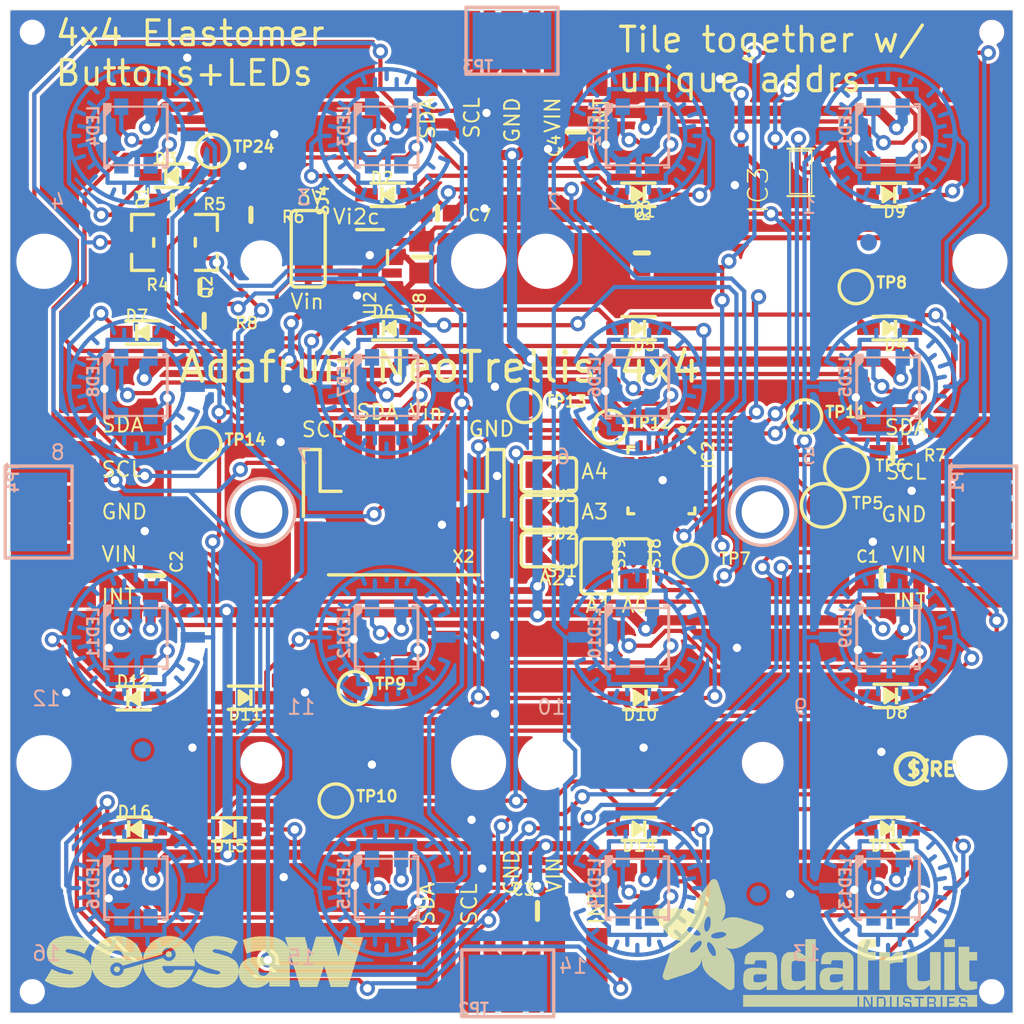
<source format=kicad_pcb>
(kicad_pcb (version 20221018) (generator pcbnew)
  (layers (0 "F.Cu" signal) (31 "B.Cu" signal) (34 "B.Paste" user) (35 "F.Paste" user) (36 "B.SilkS" user "B.Silkscreen") (37 "F.SilkS" user "F.Silkscreen") (38 "B.Mask" user) (39 "F.Mask" user) (44 "Edge.Cuts" user))
  (net 0 "")
  (net 1 "GND")
  (net 2 "INT")
  (net 3 "SCL_3V")
  (net 4 "SDA_3V")
  (net 5 "LED_IN")
  (net 6 "N$2")
  (net 7 "N$3")
  (net 8 "N$4")
  (net 9 "N$5")
  (net 10 "N$6")
  (net 11 "N$9")
  (net 12 "N$15")
  (net 13 "N$18")
  (net 14 "N$20")
  (net 15 "N$22")
  (net 16 "N$23")
  (net 17 "N$24")
  (net 18 "N$25")
  (net 19 "N$26")
  (net 20 "N$27")
  (net 21 "N$28")
  (net 22 "ROW1")
  (net 23 "ROW2")
  (net 24 "ROW3")
  (net 25 "ROW0")
  (net 26 "COL3")
  (net 27 "COL2")
  (net 28 "COL1")
  (net 29 "COL0")
  (net 30 "~{RESET}")
  (net 31 "3.3V")
  (net 32 "SWDIO")
  (net 33 "SWCLK")
  (net 34 "ADDR3")
  (net 35 "ADDR2")
  (net 36 "ADDR1")
  (net 37 "ADDR0")
  (net 38 "N$11")
  (net 39 "N$12")
  (net 40 "N$13")
  (net 41 "N$14")
  (net 42 "N$16")
  (net 43 "N$17")
  (net 44 "N$19")
  (net 45 "N$21")
  (net 46 "N$29")
  (net 47 "N$30")
  (net 48 "N$31")
  (net 49 "N$32")
  (net 50 "N$33")
  (net 51 "N$34")
  (net 52 "N$35")
  (net 53 "VIN")
  (net 54 "ADDR4")
  (net 55 "SDA")
  (net 56 "SCL")
  (net 57 "LED_3V")
  (net 58 "N$1")
  (footprint "working:SOD-323" (layer "F.Cu") (at 156.1981 116.1586 180)
    (fp_text reference "D10")
    (fp_text value "1N4148")
  )
  (footprint "working:QFN24_4MM" (layer "F.Cu") (at 157.4661 103.1346 -90)
    (fp_text reference "IC2")
    (fp_text value "ATSAMD09D14A-MU")
  )
  (footprint "working:SOD-323" (layer "F.Cu") (at 131.6121 124.0246 180)
    (fp_text reference "D15")
    (fp_text value "1N4148")
  )
  (footprint "working:0603-NO" (layer "F.Cu") (at 130.1141 93.6016)
    (fp_text reference "R8")
    (fp_text value "10K")
  )
  (footprint "working:TESTPOINT_ROUND_2MM" (layer "F.Cu") (at 167.1411 104.6346)
    (fp_text reference "TP5")
    (fp_text value "")
  )
  (footprint "working:0603-NO" (layer "F.Cu") (at 144.0781 87.1566)
    (fp_text reference "C7")
    (fp_text value "1uF")
  )
  (footprint "working:TESTPOINT_ROUND_1.5MM" (layer "F.Cu") (at 130.1141 100.9676)
    (fp_text reference "TP14")
    (fp_text value "")
  )
  (footprint "working:SOD-323" (layer "F.Cu") (at 141.0941 86.0516)
    (fp_text reference "D2")
    (fp_text value "1N4148")
  )
  (footprint "working:0805-NO" (layer "F.Cu") (at 143.1311 89.7856 -90)
    (fp_text reference "C8")
    (fp_text value "10µF")
  )
  (footprint "working:SOD-323" (layer "F.Cu") (at 128.1641 84.9146)
    (fp_text reference "D3")
    (fp_text value "1N4148")
  )
  (footprint "working:TESTPOINT_ROUND_1.5MM" (layer "F.Cu") (at 154.3711 99.9516)
    (fp_text reference "TP12")
    (fp_text value "")
  )
  (footprint "working:SOD-323" (layer "F.Cu") (at 170.9821 123.9896 180)
    (fp_text reference "D13")
    (fp_text value "1N4148")
  )
  (footprint "working:SOD-323" (layer "F.Cu") (at 171.1241 94.0396 180)
    (fp_text reference "D4")
    (fp_text value "1N4148")
  )
  (footprint "working:SOD-323" (layer "F.Cu") (at 156.0911 86.0516 180)
    (fp_text reference "D1")
    (fp_text value "1N4148")
  )
  (footprint "working:0805-NO" (layer "F.Cu") (at 170.6271 108.9686)
    (fp_text reference "C1")
    (fp_text value "10u")
  )
  (footprint "working:5P_EDGECONNECT" (layer "F.Cu") (at 175.9611 105.0316 90)
    (fp_text reference "JP2" hide)
    (fp_text value "" hide)
  )
  (footprint "" (layer "F.Cu") (at 150.5291 90.0316)
    (fp_text reference "@HOLE2" hide)
    (fp_text value "")
  )
  (footprint "working:SOT23-WIDE" (layer "F.Cu") (at 130.2411 88.9026 -90)
    (fp_text reference "Q2")
    (fp_text value "BSS138")
  )
  (footprint "working:5P_EDGECONNECT" (layer "F.Cu") (at 148.5291 77.5996 180)
    (fp_text reference "JP4" hide)
    (fp_text value "" hide)
  )
  (footprint "working:SOLDERJUMPER_ARROW_NOPASTE" (layer "F.Cu") (at 150.7361 107.2946 180)
    (fp_text reference "SJ1")
    (fp_text value "")
  )
  (footprint "" (layer "F.Cu") (at 146.5291 120.0316)
    (fp_text reference "@HOLE5" hide)
    (fp_text value "")
  )
  (footprint "working:0805-NO" (layer "F.Cu") (at 152.3391 82.2986 90)
    (fp_text reference "C4")
    (fp_text value "10u")
  )
  (footprint "working:JSTPH4" (layer "F.Cu") (at 142.0521 105.7936 180)
    (fp_text reference "X2")
    (fp_text value "STEMMA_I2C_RASMT")
  )
  (footprint "" (layer "F.Cu") (at 163.5291 120.0316)
    (fp_text reference "@HOLE11" hide)
    (fp_text value "")
  )
  (footprint "working:SOD-323" (layer "F.Cu") (at 171.1841 116.0376 180)
    (fp_text reference "D8")
    (fp_text value "1N4148")
  )
  (footprint "working:SOLDERJUMPER_2WAY_OPEN_NOPASTE" (layer "F.Cu") (at 136.3371 89.2836 -90)
    (fp_text reference "SJ4")
    (fp_text value "")
  )
  (footprint "working:SOT23-WIDE" (layer "F.Cu") (at 126.4311 88.9026 90)
    (fp_text reference "Q1")
    (fp_text value "BSS138")
  )
  (footprint "working:SOD-323" (layer "F.Cu") (at 156.1231 123.9956 180)
    (fp_text reference "D14")
    (fp_text value "1N4148")
  )
  (footprint "" (layer "F.Cu") (at 177.2291 133.7316)
    (fp_text reference "@HOLE15" hide)
    (fp_text value "")
  )
  (footprint "working:TESTPOINT_ROUND_1.5MM" (layer "F.Cu") (at 166.0551 99.3166)
    (fp_text reference "TP11")
    (fp_text value "")
  )
  (footprint "" (layer "F.Cu") (at 176.5291 120.0316)
    (fp_text reference "@HOLE7" hide)
    (fp_text value "")
  )
  (footprint "" (layer "F.Cu") (at 119.8291 133.7316)
    (fp_text reference "@HOLE14" hide)
    (fp_text value "")
  )
  (footprint "" (layer "F.Cu") (at 119.8291 76.3316)
    (fp_text reference "@HOLE12" hide)
    (fp_text value "")
  )
  (footprint "working:ADAFRUIT_TEXT_20MM" (layer "F.Cu") (at 156.7841 134.6226)
    (fp_text reference "U$3" hide)
    (fp_text value "" hide)
  )
  (footprint "" (layer "F.Cu") (at 150.5291 120.0316)
    (fp_text reference "@HOLE6" hide)
    (fp_text value "")
  )
  (footprint "working:TESTPOINT_ROUND_1.5MM" (layer "F.Cu") (at 137.9881 122.3036)
    (fp_text reference "TP10")
    (fp_text value "")
  )
  (footprint "working:0603-NO" (layer "F.Cu") (at 128.2091 86.4896)
    (fp_text reference "R5")
    (fp_text value "10K")
  )
  (footprint "working:SOD-323" (layer "F.Cu") (at 141.1881 94.0396)
    (fp_text reference "D6")
    (fp_text value "1N4148")
  )
  (footprint "working:FIDUCIAL_1MM" (layer "F.Cu") (at 128.7331 120.9546)
    (fp_text reference "FID1" hide)
    (fp_text value "FIDUCIAL_1MM" hide)
  )
  (footprint "working:SOLDERJUMPER_ARROW_NOPASTE" (layer "F.Cu") (at 155.7921 108.2856 -90)
    (fp_text reference "SJ8")
    (fp_text value "")
  )
  (footprint "working:SOD-323" (layer "F.Cu") (at 132.5601 116.1456 180)
    (fp_text reference "D11")
    (fp_text value "1N4148")
  )
  (footprint "" (layer "F.Cu") (at 120.5291 90.0316)
    (fp_text reference "@HOLE0" hide)
    (fp_text value "")
  )
  (footprint "" (layer "F.Cu") (at 133.5291 90.0316)
    (fp_text reference "@HOLE8" hide)
    (fp_text value "")
  )
  (footprint "working:SOLDERJUMPER_ARROW_NOPASTE" (layer "F.Cu") (at 150.7361 105.0486 180)
    (fp_text reference "SJ2")
    (fp_text value "")
  )
  (footprint "working:FIDUCIAL_1MM" (layer "F.Cu") (at 176.9771 123.3196)
    (fp_text reference "FID2" hide)
    (fp_text value "FIDUCIAL_1MM" hide)
  )
  (footprint "working:5P_EDGECONNECT" (layer "F.Cu") (at 121.0971 105.0316 90)
    (fp_text reference "JP1" hide)
    (fp_text value "" hide)
  )
  (footprint "working:SOLDERJUMPER_ARROW_NOPASTE" (layer "F.Cu") (at 153.6731 108.2856 -90)
    (fp_text reference "SJ9")
    (fp_text value "")
  )
  (footprint "working:SOT23-5" (layer "F.Cu") (at 140.0361 89.7856 -90)
    (fp_text reference "U2")
    (fp_text value "AP2112-3.3")
  )
  (footprint "working:TESTPOINT_ROUND_1.5MM" (layer "F.Cu") (at 149.2911 98.6816)
    (fp_text reference "TP13")
    (fp_text value "")
  )
  (footprint "working:TESTPOINT_ROUND_1.5MM" (layer "F.Cu") (at 139.1311 115.5726)
    (fp_text reference "TP9")
    (fp_text value "")
  )
  (footprint "" (layer "F.Cu") (at 133.5291 120.0316)
    (fp_text reference "@HOLE10" hide)
    (fp_text value "")
  )
  (footprint "working:0603-NO" (layer "F.Cu") (at 129.8601 91.5696 180)
    (fp_text reference "R4")
    (fp_text value "10K")
  )
  (footprint "working:SOD-323" (layer "F.Cu") (at 125.9491 123.9816)
    (fp_text reference "D16")
    (fp_text value "1N4148")
  )
  (footprint "working:SOT23-5" (layer "F.Cu") (at 165.8011 84.7116 90)
    (fp_text reference "IC3")
    (fp_text value "74AHCT1G125DBV")
  )
  (footprint "" (layer "F.Cu") (at 176.5291 90.0316)
    (fp_text reference "@HOLE3" hide)
    (fp_text value "")
  )
  (footprint "working:SOD-323" (layer "F.Cu") (at 125.8981 116.1726)
    (fp_text reference "D12")
    (fp_text value "1N4148")
  )
  (footprint "working:SEESAW_LOGO" (layer "F.Cu") (at 120.5891 133.4796)
    (fp_text reference "U$14" hide)
    (fp_text value "" hide)
  )
  (footprint "working:TESTPOINT_ROUND_1.5MM" (layer "F.Cu") (at 169.1031 91.5696)
    (fp_text reference "TP8")
    (fp_text value "")
  )
  (footprint "working:0603-NO" (layer "F.Cu") (at 132.9081 87.2516)
    (fp_text reference "R6")
    (fp_text value "10K")
  )
  (footprint "working:SOD-323" (layer "F.Cu") (at 156.1081 94.0396 180)
    (fp_text reference "D5")
    (fp_text value "1N4148")
  )
  (footprint "working:TESTPOINT_ROUND_1.5MM" (layer "F.Cu") (at 130.6221 83.4416)
    (fp_text reference "TP24")
    (fp_text value "")
  )
  (footprint "working:0805-NO" (layer "F.Cu") (at 127.1931 108.8416 -90)
    (fp_text reference "C2")
    (fp_text value "10u")
  )
  (footprint "working:0603-NO" (layer "F.Cu") (at 171.3111 101.5236)
    (fp_text reference "R7")
    (fp_text value "10K")
  )
  (footprint "working:0805-NO" (layer "F.Cu") (at 150.0531 128.8996)
    (fp_text reference "C3")
    (fp_text value "10u")
  )
  (footprint "working:0603-NO" (layer "F.Cu") (at 156.2991 89.5316 90)
    (fp_text reference "R3")
    (fp_text value "10k")
  )
  (footprint "" (layer "F.Cu") (at 163.5291 90.0316)
    (fp_text reference "@HOLE9" hide)
    (fp_text value "")
  )
  (footprint "working:5P_EDGECONNECT" (layer "F.Cu") (at 148.5291 132.4636 180)
    (fp_text reference "JP3" hide)
    (fp_text value "" hide)
  )
  (footprint "" (layer "F.Cu") (at 177.2291 76.3316)
    (fp_text reference "@HOLE13" hide)
    (fp_text value "")
  )
  (footprint "working:PCBFEAT-REV-040" (layer "F.Cu") (at 172.4051 120.3986)
    (fp_text reference "U$19" hide)
    (fp_text value "" hide)
  )
  (footprint "working:FIDUCIAL_1MM" (layer "F.Cu") (at 174.7491 80.0216)
    (fp_text reference "FID3" hide)
    (fp_text value "FIDUCIAL_1MM" hide)
  )
  (footprint "working:TESTPOINT_ROUND_1.5MM" (layer "F.Cu") (at 159.1971 107.9526)
    (fp_text reference "TP7")
    (fp_text value "")
  )
  (footprint "" (layer "F.Cu") (at 120.5291 120.0316)
    (fp_text reference "@HOLE4" hide)
    (fp_text value "")
  )
  (footprint "working:SOLDERJUMPER_ARROW_NOPASTE" (layer "F.Cu") (at 150.7361 102.8026 180)
    (fp_text reference "SJ3")
    (fp_text value "")
  )
  (footprint "working:SOD-323" (layer "F.Cu") (at 171.0771 86.0656 180)
    (fp_text reference "D9")
    (fp_text value "1N4148")
  )
  (footprint "" (layer "F.Cu") (at 146.5291 90.0316)
    (fp_text reference "@HOLE1" hide)
    (fp_text value "")
  )
  (footprint "working:TESTPOINT_ROUND_2MM" (layer "F.Cu") (at 168.5381 102.3966)
    (fp_text reference "TP6")
    (fp_text value "")
  )
  (footprint "working:SOD-323" (layer "F.Cu") (at 126.4261 94.2936)
    (fp_text reference "D7")
    (fp_text value "1N4148")
  )
  (footprint "working:ELAST_PAD_SQUARE_10MM_4X4WIDE" (layer "B.Cu") (at 141.0291 97.5316 180)
    (fp_text reference "U$10" hide)
    (fp_text value "ELAST_10X10" hide)
  )
  (footprint "working:ELAST_PAD_SQUARE_10MM_4X4WIDE" (layer "B.Cu") (at 126.0291 82.5316 180)
    (fp_text reference "U$7" hide)
    (fp_text value "ELAST_10X10" hide)
  )
  (footprint "working:ELAST_PAD_SQUARE_10MM_4X4WIDE" (layer "B.Cu") (at 141.0291 82.5316 180)
    (fp_text reference "U$6" hide)
    (fp_text value "ELAST_10X10" hide)
  )
  (footprint "working:LED3535" (layer "B.Cu") (at 156.0291 127.5316 -90)
    (fp_text reference "LED14")
    (fp_text value "WS2812B3535")
  )
  (footprint "working:LED3535" (layer "B.Cu") (at 141.0291 97.5316 -90)
    (fp_text reference "LED7")
    (fp_text value "WS2812B3535")
  )
  (footprint "working:ELAST_PAD_SQUARE_10MM_4X4WIDE" (layer "B.Cu") (at 141.0291 112.5316 180)
    (fp_text reference "U$25" hide)
    (fp_text value "ELAST_10X10" hide)
  )
  (footprint "working:ELAST_PAD_SQUARE_10MM_4X4WIDE" (layer "B.Cu") (at 141.0291 127.5316 180)
    (fp_text reference "U$28" hide)
    (fp_text value "ELAST_10X10" hide)
  )
  (footprint "working:LED3535" (layer "B.Cu") (at 126.0291 82.5316 -90)
    (fp_text reference "LED4")
    (fp_text value "WS2812B3535")
  )
  (footprint "working:MOUNTINGHOLE_2.5_PLATED" (layer "B.Cu") (at 163.5151 105.0316 180)
    (fp_text reference "U$1" hide)
    (fp_text value "MOUNTINGHOLE2.5" hide)
  )
  (footprint "working:ELAST_PAD_SQUARE_10MM_4X4WIDE" (layer "B.Cu") (at 171.0291 82.5316)
    (fp_text reference "U$4" hide)
    (fp_text value "ELAST_10X10" hide)
  )
  (footprint "working:ELAST_PAD_SQUARE_10MM_4X4WIDE" (layer "B.Cu") (at 156.0291 112.5316)
    (fp_text reference "U$23" hide)
    (fp_text value "ELAST_10X10" hide)
  )
  (footprint "working:FIDUCIAL_1MM" (layer "B.Cu") (at 169.8651 88.9026 180)
    (fp_text reference "FID4" hide)
    (fp_text value "FIDUCIAL_1MM" hide)
  )
  (footprint "working:ELAST_PAD_SQUARE_10MM_4X4WIDE" (layer "B.Cu") (at 156.0291 82.5316)
    (fp_text reference "U$5" hide)
    (fp_text value "ELAST_10X10" hide)
  )
  (footprint "working:TESTPOINT_SMT" (layer "B.Cu") (at 176.7231 105.0316 90)
    (fp_text reference "TP1")
    (fp_text value "")
  )
  (footprint "working:ELAST_PAD_SQUARE_10MM_4X4WIDE" (layer "B.Cu") (at 156.0291 127.5316)
    (fp_text reference "U$27" hide)
    (fp_text value "ELAST_10X10" hide)
  )
  (footprint "working:ELAST_PAD_SQUARE_10MM_4X4WIDE" (layer "B.Cu") (at 126.0291 112.5316 180)
    (fp_text reference "U$24" hide)
    (fp_text value "ELAST_10X10" hide)
  )
  (footprint "working:MOUNTINGHOLE_2.5_PLATED" (layer "B.Cu") (at 133.5431 105.0316 180)
    (fp_text reference "U$2" hide)
    (fp_text value "MOUNTINGHOLE2.5" hide)
  )
  (footprint "working:LED3535" (layer "B.Cu") (at 126.0291 97.5316 -90)
    (fp_text reference "LED8")
    (fp_text value "WS2812B3535")
  )
  (footprint "working:LED3535" (layer "B.Cu") (at 126.0291 127.5316 -90)
    (fp_text reference "LED16")
    (fp_text value "WS2812B3535")
  )
  (footprint "working:TESTPOINT_SMT" (layer "B.Cu") (at 148.2751 133.2256 180)
    (fp_text reference "TP2")
    (fp_text value "")
  )
  (footprint "working:LED3535" (layer "B.Cu") (at 171.0291 97.5316 -90)
    (fp_text reference "LED5")
    (fp_text value "WS2812B3535")
  )
  (footprint "working:FIDUCIAL_1MM" (layer "B.Cu") (at 163.2611 127.8916 180)
    (fp_text reference "FID5" hide)
    (fp_text value "FIDUCIAL_1MM" hide)
  )
  (footprint "working:ELAST_PAD_SQUARE_10MM_4X4WIDE" (layer "B.Cu") (at 171.0291 127.5316)
    (fp_text reference "U$26" hide)
    (fp_text value "ELAST_10X10" hide)
  )
  (footprint "working:LED3535" (layer "B.Cu") (at 141.0291 127.5316 -90)
    (fp_text reference "LED15")
    (fp_text value "WS2812B3535")
  )
  (footprint "working:LED3535" (layer "B.Cu") (at 171.0291 127.5316 -90)
    (fp_text reference "LED13")
    (fp_text value "WS2812B3535")
  )
  (footprint "working:ELAST_PAD_SQUARE_10MM_4X4WIDE" (layer "B.Cu") (at 126.0291 127.5316 180)
    (fp_text reference "U$29" hide)
    (fp_text value "ELAST_10X10" hide)
  )
  (footprint "working:LED3535" (layer "B.Cu") (at 141.0291 112.5316 -90)
    (fp_text reference "LED12")
    (fp_text value "WS2812B3535")
  )
  (footprint "working:LED3535" (layer "B.Cu") (at 156.0291 82.5316 -90)
    (fp_text reference "LED2")
    (fp_text value "WS2812B3535")
  )
  (footprint "working:LED3535" (layer "B.Cu") (at 156.0291 112.5316 -90)
    (fp_text reference "LED10")
    (fp_text value "WS2812B3535")
  )
  (footprint "working:LED3535" (layer "B.Cu") (at 171.0291 112.5316 -90)
    (fp_text reference "LED9")
    (fp_text value "WS2812B3535")
  )
  (footprint "working:TESTPOINT_SMT" (layer "B.Cu") (at 120.2081 105.0316 90)
    (fp_text reference "TP4")
    (fp_text value "")
  )
  (footprint "working:ELAST_PAD_SQUARE_10MM_4X4WIDE" (layer "B.Cu") (at 156.0291 97.5316)
    (fp_text reference "U$9" hide)
    (fp_text value "ELAST_10X10" hide)
  )
  (footprint "working:LED3535" (layer "B.Cu") (at 141.0291 82.5316 -90)
    (fp_text reference "LED3")
    (fp_text value "WS2812B3535")
  )
  (footprint "working:ELAST_PAD_SQUARE_10MM_4X4WIDE" (layer "B.Cu") (at 171.0291 97.5316)
    (fp_text reference "U$8" hide)
    (fp_text value "ELAST_10X10" hide)
  )
  (footprint "working:LED3535" (layer "B.Cu") (at 126.0291 112.5316 -90)
    (fp_text reference "LED11")
    (fp_text value "WS2812B3535")
  )
  (footprint "working:LED3535" (layer "B.Cu") (at 156.0291 97.5316 -90)
    (fp_text reference "LED6")
    (fp_text value "WS2812B3535")
  )
  (footprint "working:LED3535" (layer "B.Cu") (at 171.0291 82.5316 -90)
    (fp_text reference "LED1")
    (fp_text value "WS2812B3535")
  )
  (footprint "working:ELAST_PAD_SQUARE_10MM_4X4WIDE" (layer "B.Cu") (at 171.0291 112.5316)
    (fp_text reference "U$12" hide)
    (fp_text value "ELAST_10X10" hide)
  )
  (footprint "working:TESTPOINT_SMT" (layer "B.Cu") (at 148.5291 76.8376 180)
    (fp_text reference "TP3")
    (fp_text value "")
  )
  (footprint "working:FIDUCIAL_1MM" (layer "B.Cu") (at 126.4311 119.2556 180)
    (fp_text reference "FID6" hide)
    (fp_text value "FIDUCIAL_1MM" hide)
  )
  (footprint "working:ELAST_PAD_SQUARE_10MM_4X4WIDE" (layer "B.Cu") (at 126.0291 97.5316 180)
    (fp_text reference "U$11" hide)
    (fp_text value "ELAST_10X10" hide)
  )
  (gr_line (start 178.5011 135.0036) (end 118.5011 135.0036) (stroke (width 0.05)) (layer "Edge.Cuts"))
  (gr_line (start 118.5011 135.0036) (end 118.5011 75.0036) (stroke (width 0.05)) (layer "Edge.Cuts"))
  (gr_line (start 178.5011 75.0036) (end 178.5011 135.0036) (stroke (width 0.05)) (layer "Edge.Cuts"))
  (gr_line (start 118.5011 75.0036) (end 178.5011 75.0036) (stroke (width 0.05)) (layer "Edge.Cuts"))
  (gr_text "3" (at 136.5911 86.7436) (layer "B.SilkS") (effects (font (size 0.89408 0.89408) (thickness 0.12192)) (justify left bottom mirror)))
  (gr_text "15" (at 136.8451 132.2096) (layer "B.SilkS") (effects (font (size 0.89408 0.89408) (thickness 0.12192)) (justify left bottom mirror)))
  (gr_text "1" (at 166.8171 87.2516) (layer "B.SilkS") (effects (font (size 0.89408 0.89408) (thickness 0.12192)) (justify left bottom mirror)))
  (gr_text "11" (at 136.8451 117.2236) (layer "B.SilkS") (effects (font (size 0.89408 0.89408) (thickness 0.12192)) (justify left bottom mirror)))
  (gr_text "4" (at 121.8591 86.9976) (layer "B.SilkS") (effects (font (size 0.89408 0.89408) (thickness 0.12192)) (justify left bottom mirror)))
  (gr_text "13" (at 167.0711 131.9556) (layer "B.SilkS") (effects (font (size 0.89408 0.89408) (thickness 0.12192)) (justify left bottom mirror)))
  (gr_text "10" (at 151.8311 117.2236) (layer "B.SilkS") (effects (font (size 0.89408 0.89408) (thickness 0.12192)) (justify left bottom mirror)))
  (gr_text "12" (at 121.6051 116.7156) (layer "B.SilkS") (effects (font (size 0.89408 0.89408) (thickness 0.12192)) (justify left bottom mirror)))
  (gr_text "5" (at 166.8171 102.2376) (layer "B.SilkS") (effects (font (size 0.89408 0.89408) (thickness 0.12192)) (justify left bottom mirror)))
  (gr_text "16" (at 121.6051 131.9556) (layer "B.SilkS") (effects (font (size 0.89408 0.89408) (thickness 0.12192)) (justify left bottom mirror)))
  (gr_text "6" (at 152.0851 102.2376) (layer "B.SilkS") (effects (font (size 0.89408 0.89408) (thickness 0.12192)) (justify left bottom mirror)))
  (gr_text "8" (at 121.8591 101.9836) (layer "B.SilkS") (effects (font (size 0.89408 0.89408) (thickness 0.12192)) (justify left bottom mirror)))
  (gr_text "2" (at 151.5771 86.9976) (layer "B.SilkS") (effects (font (size 0.89408 0.89408) (thickness 0.12192)) (justify left bottom mirror)))
  (gr_text "7" (at 136.5911 102.2376) (layer "B.SilkS") (effects (font (size 0.89408 0.89408) (thickness 0.12192)) (justify left bottom mirror)))
  (gr_text "9" (at 166.3091 117.2236) (layer "B.SilkS") (effects (font (size 0.89408 0.89408) (thickness 0.12192)) (justify left bottom mirror)))
  (gr_text "14" (at 153.1011 132.7176) (layer "B.SilkS") (effects (font (size 0.89408 0.89408) (thickness 0.12192)) (justify left bottom mirror)))
  (gr_text "SDA" (at 173.4211 99.4436) (layer "F.SilkS") (effects (font (size 0.89408 0.89408) (thickness 0.12192)) (justify right top)))
  (gr_text "SCL" (at 145.6081 80.1396 90) (layer "F.SilkS") (effects (font (size 0.89408 0.89408) (thickness 0.12192)) (justify right top)))
  (gr_text "A0" (at 155.0061 111.1276) (layer "F.SilkS") (effects (font (size 0.89408 0.89408) (thickness 0.12192)) (justify left bottom)))
  (gr_text "SDA" (at 143.9571 129.7966 90) (layer "F.SilkS") (effects (font (size 0.89408 0.89408) (thickness 0.12192)) (justify left bottom)))
  (gr_text "A2" (at 150.0531 109.4766) (layer "F.SilkS") (effects (font (size 0.89408 0.89408) (thickness 0.12192)) (justify left bottom)))
  (gr_text "SCL" (at 146.4971 129.7966 90) (layer "F.SilkS") (effects (font (size 0.89408 0.89408) (thickness 0.12192)) (justify left bottom)))
  (gr_text "A1" (at 152.8471 111.1276) (layer "F.SilkS") (effects (font (size 0.89408 0.89408) (thickness 0.12192)) (justify left bottom)))
  (gr_text "GND" (at 145.8621 100.5866) (layer "F.SilkS") (effects (font (size 0.89408 0.89408) (thickness 0.12192)) (justify left bottom)))
  (gr_text "INT" (at 154.1171 129.7966 90) (layer "F.SilkS") (effects (font (size 0.89408 0.89408) (thickness 0.12192)) (justify left bottom)))
  (gr_text "SCL" (at 173.4211 102.1106) (layer "F.SilkS") (effects (font (size 0.89408 0.89408) (thickness 0.12192)) (justify right top)))
  (gr_text "SDA" (at 139.1311 99.5706) (layer "F.SilkS") (effects (font (size 0.89408 0.89408) (thickness 0.12192)) (justify left bottom)))
  (gr_text "INT" (at 153.3551 80.1396 90) (layer "F.SilkS") (effects (font (size 0.89408 0.89408) (thickness 0.12192)) (justify right top)))
  (gr_text "GND" (at 148.0211 80.1396 90) (layer "F.SilkS") (effects (font (size 0.89408 0.89408) (thickness 0.12192)) (justify right top)))
  (gr_text "Vi2c" (at 137.7341 87.8866) (layer "F.SilkS") (effects (font (size 0.89408 0.89408) (thickness 0.12192)) (justify left bottom)))
  (gr_text "SCL" (at 123.8911 102.9996) (layer "F.SilkS") (effects (font (size 0.89408 0.89408) (thickness 0.12192)) (justify left bottom)))
  (gr_text "VIN" (at 151.5771 127.8916 90) (layer "F.SilkS") (effects (font (size 0.89408 0.89408) (thickness 0.12192)) (justify left bottom)))
  (gr_text "Tile together w/\nunique addrs" (at 154.7521 80.0126) (layer "F.SilkS") (effects (font (size 1.475232 1.475232) (thickness 0.201168)) (justify left bottom)))
  (gr_text "A3" (at 152.5931 105.5396) (layer "F.SilkS") (effects (font (size 0.89408 0.89408) (thickness 0.12192)) (justify left bottom)))
  (gr_text "GND" (at 149.0371 128.0186 90) (layer "F.SilkS") (effects (font (size 0.89408 0.89408) (thickness 0.12192)) (justify left bottom)))
  (gr_text "SCL" (at 138.4961 99.5706) (layer "F.SilkS") (effects (font (size 0.89408 0.89408) (thickness 0.12192)) (justify right top)))
  (gr_text "INT" (at 123.8911 110.6196) (layer "F.SilkS") (effects (font (size 0.89408 0.89408) (thickness 0.12192)) (justify left bottom)))
  (gr_text "GND" (at 123.8911 105.5396) (layer "F.SilkS") (effects (font (size 0.89408 0.89408) (thickness 0.12192)) (justify left bottom)))
  (gr_text "VIN" (at 173.4211 107.0636) (layer "F.SilkS") (effects (font (size 0.89408 0.89408) (thickness 0.12192)) (justify right top)))
  (gr_text "GND" (at 145.8621 100.5866) (layer "F.SilkS") (effects (font (size 0.89408 0.89408) (thickness 0.12192)) (justify left bottom)))
  (gr_text "A4" (at 152.5931 103.1266) (layer "F.SilkS") (effects (font (size 0.89408 0.89408) (thickness 0.12192)) (justify left bottom)))
  (gr_text "Vin" (at 135.1941 92.9666) (layer "F.SilkS") (effects (font (size 0.89408 0.89408) (thickness 0.12192)) (justify left bottom)))
  (gr_text "INT" (at 173.4211 109.8576) (layer "F.SilkS") (effects (font (size 0.89408 0.89408) (thickness 0.12192)) (justify right top)))
  (gr_text "GND" (at 173.4211 104.6506) (layer "F.SilkS") (effects (font (size 0.89408 0.89408) (thickness 0.12192)) (justify right top)))
  (gr_text "4x4 Elastomer\nButtons+LEDs" (at 121.0971 79.6316) (layer "F.SilkS") (effects (font (size 1.475232 1.475232) (thickness 0.201168)) (justify left bottom)))
  (gr_text "VIN" (at 123.8911 108.0796) (layer "F.SilkS") (effects (font (size 0.89408 0.89408) (thickness 0.12192)) (justify left bottom)))
  (gr_text "Vin" (at 142.3061 99.5706) (layer "F.SilkS") (effects (font (size 0.89408 0.89408) (thickness 0.12192)) (justify left bottom)))
  (gr_text "Adafruit NeoTrellis 4x4" (at 128.4631 97.4116) (layer "F.SilkS") (effects (font (size 1.78816 1.78816) (thickness 0.24384)) (justify left bottom)))
  (gr_text "SDA" (at 142.9411 80.1396 90) (layer "F.SilkS") (effects (font (size 0.89408 0.89408) (thickness 0.12192)) (justify right top)))
  (gr_text "VIN" (at 150.4341 80.1396 90) (layer "F.SilkS") (effects (font (size 0.89408 0.89408) (thickness 0.12192)) (justify right top)))
  (gr_text "SDA" (at 123.8911 100.3326) (layer "F.SilkS") (effects (font (size 0.89408 0.89408) (thickness 0.12192)) (justify left bottom)))
  (gr_text "3V" (at 135.5751 86.7436) (layer "F.SilkS") (effects (font (size 0.89408 0.89408) (thickness 0.12192)) (justify left bottom)))
  (segment (start 158.2881 102.3846) (end 157.5461 103.1266) (width 0.254) (layer "F.Cu") (net 1))
  (segment (start 159.4661 102.3846) (end 158.2881 102.3846) (width 0.254) (layer "F.Cu") (net 1))
  (segment (start 149.1031 128.8996) (end 148.5291 129.4736) (width 0.4064) (layer "F.Cu") (net 1))
  (segment (start 148.5291 129.4736) (end 148.5291 132.4636) (width 0.4064) (layer "F.Cu") (net 1))
  (via (at 139.0123 82.6796) (size 0.9064) (drill 0.5) (layers "F.Cu" "B.Cu") (net 1))
  (via (at 132.4001 84.3306) (size 0.9064) (drill 0.5) (layers "F.Cu" "B.Cu") (net 1))
  (via (at 134.871007 126.8756) (size 0.9064) (drill 0.5) (layers "F.Cu" "B.Cu") (net 1))
  (via (at 140.1471 120.1446) (size 0.9064) (drill 0.5) (layers "F.Cu" "B.Cu") (net 1))
  (via (at 124.3991 128.1456) (size 0.9064) (drill 0.5) (layers "F.Cu" "B.Cu") (net 1))
  (via (at 121.8591 115.8266) (size 0.9064) (drill 0.5) (layers "F.Cu" "B.Cu") (net 1))
  (via (at 150.6881 83.3146) (size 0.9064) (drill 0.5) (layers "F.Cu" "B.Cu") (net 1))
  (via (at 154.1125 127.0026) (size 0.9064) (drill 0.5) (layers "F.Cu" "B.Cu") (net 1))
  (via (at 172.4413 103.7616) (size 0.9064) (drill 0.5) (layers "F.Cu" "B.Cu") (net 1))
  (via (at 169.2301 113.2866) (size 0.9064) (drill 0.5) (layers "F.Cu" "B.Cu") (net 1))
  (via (at 139.062007 112.6516) (size 0.9064) (drill 0.5) (layers "F.Cu" "B.Cu") (net 1))
  (via (at 146.1115 123.4466) (size 0.9064) (drill 0.5) (layers "F.Cu" "B.Cu") (net 1))
  (via (at 147.5131 117.0966) (size 0.9064) (drill 0.5) (layers "F.Cu" "B.Cu") (net 1))
  (via (at 124.062007 82.6796) (size 0.9064) (drill 0.5) (layers "F.Cu" "B.Cu") (net 1))
  (via (at 124.3991 113.1596) (size 0.9064) (drill 0.5) (layers "F.Cu" "B.Cu") (net 1))
  (via (at 156.4031 119.1286) (size 0.9064) (drill 0.5) (layers "F.Cu" "B.Cu") (net 1))
  (via (at 160.9751 79.1236) (size 0.9064) (drill 0.5) (layers "F.Cu" "B.Cu") (net 1))
  (via (at 139.2581 92.0776) (size 0.9064) (drill 0.5) (layers "F.Cu" "B.Cu") (net 1))
  (via (at 135.0671 97.6656) (size 0.9064) (drill 0.5) (layers "F.Cu" "B.Cu") (net 1))
  (via (at 139.1311 97.6656) (size 0.9064) (drill 0.5) (layers "F.Cu" "B.Cu") (net 1))
  (via (at 144.3381 105.7936) (size 0.9064) (drill 0.5) (layers "F.Cu" "B.Cu") (net 1))
  (via (at 170.6271 119.3826) (size 0.9064) (drill 0.5) (layers "F.Cu" "B.Cu") (net 1))
  (via (at 169.0123 127.6376) (size 0.9064) (drill 0.5) (layers "F.Cu" "B.Cu") (net 1))
  (via (at 139.1311 127.3836) (size 0.9064) (drill 0.5) (layers "F.Cu" "B.Cu") (net 1))
  (via (at 165.1661 127.8916) (size 0.9064) (drill 0.5) (layers "F.Cu" "B.Cu") (net 1))
  (via (at 147.5085 97.5386) (size 0.9064) (drill 0.5) (layers "F.Cu" "B.Cu") (net 1))
  (via (at 140.0201 89.6646) (size 0.9064) (drill 0.5) (layers "F.Cu" "B.Cu") (net 1))
  (via (at 161.8641 85.4736) (size 0.9064) (drill 0.5) (layers "F.Cu" "B.Cu") (net 1))
  (via (at 136.141007 115.8266) (size 0.9064) (drill 0.5) (layers "F.Cu" "B.Cu") (net 1))
  (via (at 154.1125 97.7926) (size 0.9064) (drill 0.5) (layers "F.Cu" "B.Cu") (net 1))
  (via (at 157.5461 103.1266) (size 0.9064) (drill 0.5) (layers "F.Cu" "B.Cu") (net 1))
  (via (at 169.0985 98.1736) (size 0.9064) (drill 0.5) (layers "F.Cu" "B.Cu") (net 1))
  (via (at 129.0981 77.8536) (size 0.9064) (drill 0.5) (layers "F.Cu" "B.Cu") (net 1))
  (via (at 147.5131 112.3976) (size 0.9064) (drill 0.5) (layers "F.Cu" "B.Cu") (net 1))
  (via (at 146.7465 126.3676) (size 0.9064) (drill 0.5) (layers "F.Cu" "B.Cu") (net 1))
  (via (at 134.3051 82.4256) (size 0.9064) (drill 0.5) (layers "F.Cu" "B.Cu") (net 1))
  (via (at 147.0051 81.1556) (size 0.9064) (drill 0.5) (layers "F.Cu" "B.Cu") (net 1))
  (via (at 170.1191 106.8096) (size 0.9064) (drill 0.5) (layers "F.Cu" "B.Cu") (net 1))
  (via (at 134.6861 100.8406) (size 0.9064) (drill 0.5) (layers "F.Cu" "B.Cu") (net 1))
  (via (at 146.8863 86.8706) (size 0.9064) (drill 0.5) (layers "F.Cu" "B.Cu") (net 1))
  (via (at 154.1393 83.0606) (size 0.9064) (drill 0.5) (layers "F.Cu" "B.Cu") (net 1))
  (via (at 161.9911 113.1596) (size 0.9064) (drill 0.5) (layers "F.Cu" "B.Cu") (net 1))
  (via (at 126.5581 106.1746) (size 0.9064) (drill 0.5) (layers "F.Cu" "B.Cu") (net 1))
  (via (at 169.1125 82.6796) (size 0.9064) (drill 0.5) (layers "F.Cu" "B.Cu") (net 1))
  (via (at 154.3711 113.1596) (size 0.9064) (drill 0.5) (layers "F.Cu" "B.Cu") (net 1))
  (via (at 129.410007 119.1286) (size 0.9064) (drill 0.5) (layers "F.Cu" "B.Cu") (net 1))
  (via (at 151.9581 109.2226) (size 0.9064) (drill 0.5) (layers "F.Cu" "B.Cu") (net 1))
  (via (at 147.6355 102.8726) (size 0.9064) (drill 0.5) (layers "F.Cu" "B.Cu") (net 1))
  (via (at 124.1451 97.6656) (size 0.9064) (drill 0.5) (layers "F.Cu" "B.Cu") (net 1))
  (segment (start 124.1451 98.2726) (end 124.1451 97.6656) (width 0.254) (layer "B.Cu") (net 1))
  (segment (start 154.1125 98.24) (end 154.1125 97.7926) (width 0.254) (layer "B.Cu") (net 1))
  (segment (start 140.1541 84.2816) (end 139.0123 83.1398) (width 0.254) (layer "B.Cu") (net 1))
  (segment (start 139.0123 83.1398) (end 139.0123 82.6796) (width 0.254) (layer "B.Cu") (net 1))
  (segment (start 169.1125 83.24) (end 169.1125 82.6796) (width 0.254) (layer "B.Cu") (net 1))
  (segment (start 155.1541 84.2816) (end 154.1393 83.2668) (width 0.2032) (layer "B.Cu") (net 1))
  (segment (start 155.1541 129.2816) (end 154.1125 128.24) (width 0.254) (layer "B.Cu") (net 1))
  (segment (start 125.1541 129.2816) (end 124.3991 128.5266) (width 0.254) (layer "B.Cu") (net 1))
  (segment (start 169.0123 128.1398) (end 169.0123 127.6376) (width 0.254) (layer "B.Cu") (net 1))
  (segment (start 140.1541 99.2816) (end 139.1311 98.2586) (width 0.254) (layer "B.Cu") (net 1))
  (segment (start 125.1541 114.2816) (end 124.3991 113.5266) (width 0.254) (layer "B.Cu") (net 1))
  (segment (start 154.1393 83.2668) (end 154.1393 83.0606) (width 0.2032) (layer "B.Cu") (net 1))
  (segment (start 140.1541 129.2816) (end 140.1541 128.4066) (width 0.254) (layer "B.Cu") (net 1))
  (segment (start 124.3991 128.5266) (end 124.3991 128.1456) (width 0.254) (layer "B.Cu") (net 1))
  (segment (start 155.1541 99.2816) (end 154.1125 98.24) (width 0.254) (layer "B.Cu") (net 1))
  (segment (start 155.1541 114.2816) (end 155.1541 113.9426) (width 0.254) (layer "B.Cu") (net 1))
  (segment (start 140.1541 128.4066) (end 139.1311 127.3836) (width 0.254) (layer "B.Cu") (net 1))
  (segment (start 170.1541 129.2816) (end 169.0123 128.1398) (width 0.254) (layer "B.Cu") (net 1))
  (segment (start 155.1541 113.9426) (end 154.3711 113.1596) (width 0.254) (layer "B.Cu") (net 1))
  (segment (start 170.1541 84.2816) (end 169.1125 83.24) (width 0.254) (layer "B.Cu") (net 1))
  (segment (start 154.1125 128.24) (end 154.1125 127.0026) (width 0.254) (layer "B.Cu") (net 1))
  (segment (start 139.1311 98.2586) (end 139.1311 97.6656) (width 0.254) (layer "B.Cu") (net 1))
  (segment (start 124.3991 113.5266) (end 124.3991 113.1596) (width 0.254) (layer "B.Cu") (net 1))
  (segment (start 125.1541 99.2816) (end 124.1451 98.2726) (width 0.254) (layer "B.Cu") (net 1))
  (segment (start 155.0291 132.4636) (end 169.9931 132.4636) (width 0.254) (layer "F.Cu") (net 2))
  (segment (start 174.3101 122.4306) (end 174.3101 119.1286) (width 0.254) (layer "F.Cu") (net 2))
  (segment (start 139.3781 133.0316) (end 139.8781 133.5316) (width 0.254) (layer "F.Cu") (net 2))
  (segment (start 122.4941 128.7136) (end 126.8121 133.0316) (width 0.254) (layer "F.Cu") (net 2))
  (segment (start 161.1021 92.358794) (end 161.1021 90.4346) (width 0.254) (layer "F.Cu") (net 2))
  (segment (start 122.4941 118.4936) (end 119.5731 115.5726) (width 0.254) (layer "F.Cu") (net 2))
  (segment (start 158.2161 105.1346) (end 158.2161 105.88489) (width 0.254) (layer "F.Cu") (net 2))
  (segment (start 119.5731 110.7466) (end 120.2081 110.1116) (width 0.254) (layer "F.Cu") (net 2))
  (segment (start 174.3101 119.1286) (end 177.5291 115.9096) (width 0.254) (layer "F.Cu") (net 2))
  (segment (start 176.3941 126.0626) (end 176.3941 124.5146) (width 0.254) (layer "F.Cu") (net 2))
  (segment (start 161.1021 90.4346) (end 161.1551 90.3816) (width 0.254) (layer "F.Cu") (net 2))
  (segment (start 153.6091 132.4636) (end 155.0291 132.4636) (width 0.254) (layer "F.Cu") (net 2))
  (segment (start 177.5291 111.5316) (end 176.1091 110.1116) (width 0.254) (layer "F.Cu") (net 2))
  (segment (start 119.5731 115.5726) (end 119.5731 110.7466) (width 0.254) (layer "F.Cu") (net 2))
  (segment (start 156.2991 90.3816) (end 161.1551 90.3816) (width 0.254) (layer "F.Cu") (net 2))
  (segment (start 177.0291 77.5556) (end 163.0291 77.5556) (width 0.254) (layer "F.Cu") (net 2))
  (segment (start 161.1551 90.3816) (end 161.5051 90.0316) (width 0.254) (layer "F.Cu") (net 2))
  (segment (start 169.9931 132.4636) (end 176.3941 126.0626) (width 0.254) (layer "F.Cu") (net 2))
  (segment (start 153.6531 77.5556) (end 153.6091 77.5996) (width 0.254) (layer "F.Cu") (net 2))
  (segment (start 120.2081 110.1116) (end 121.0971 110.1116) (width 0.254) (layer "F.Cu") (net 2))
  (segment (start 158.2161 105.88489) (end 158.816184 106.484975) (width 0.254) (layer "F.Cu") (net 2))
  (segment (start 155.0291 133.5316) (end 155.0291 132.4636) (width 0.254) (layer "F.Cu") (net 2))
  (segment (start 122.4941 128.7136) (end 122.4941 118.4936) (width 0.254) (layer "F.Cu") (net 2))
  (segment (start 177.5291 115.9096) (end 177.5291 111.5316) (width 0.254) (layer "F.Cu") (net 2))
  (segment (start 176.1091 110.1116) (end 175.9611 110.1116) (width 0.254) (layer "F.Cu") (net 2))
  (segment (start 176.3941 124.5146) (end 174.3101 122.4306) (width 0.254) (layer "F.Cu") (net 2))
  (segment (start 163.0291 77.5556) (end 153.6531 77.5556) (width 0.254) (layer "F.Cu") (net 2))
  (segment (start 126.8121 133.0316) (end 139.3781 133.0316) (width 0.254) (layer "F.Cu") (net 2))
  (via (at 161.1021 92.358794) (size 0.9064) (drill 0.5) (layers "F.Cu" "B.Cu") (net 2))
  (via (at 155.0291 133.5316) (size 0.9064) (drill 0.5) (layers "F.Cu" "B.Cu") (net 2))
  (via (at 139.8781 133.5316) (size 0.9064) (drill 0.5) (layers "F.Cu" "B.Cu") (net 2))
  (via (at 158.816184 106.484975) (size 0.9064) (drill 0.5) (layers "F.Cu" "B.Cu") (net 2))
  (via (at 177.0291 77.5556) (size 0.9064) (drill 0.5) (layers "F.Cu" "B.Cu") (net 2))
  (via (at 177.5291 111.5316) (size 0.9064) (drill 0.5) (layers "F.Cu" "B.Cu") (net 2))
  (via (at 163.0291 77.5556) (size 0.9064) (drill 0.5) (layers "F.Cu" "B.Cu") (net 2))
  (via (at 161.5051 90.0316) (size 0.9064) (drill 0.5) (layers "F.Cu" "B.Cu") (net 2))
  (segment (start 160.3561 104.94506) (end 158.816184 106.484975) (width 0.254) (layer "B.Cu") (net 2))
  (segment (start 161.1021 98.346894) (end 160.3561 99.092894) (width 0.254) (layer "B.Cu") (net 2))
  (segment (start 177.5291 110.9126) (end 177.5291 111.5316) (width 0.254) (layer "B.Cu") (net 2))
  (segment (start 176.7875 93.566457) (end 174.5291 91.308057) (width 0.254) (layer "B.Cu") (net 2))
  (segment (start 160.3561 99.092894) (end 160.3561 104.94506) (width 0.254) (layer "B.Cu") (net 2))
  (segment (start 176.7875 99.491004) (end 176.7875 93.566457) (width 0.254) (layer "B.Cu") (net 2))
  (segment (start 174.5291 88.906144) (end 176.7875 86.647744) (width 0.254) (layer "B.Cu") (net 2))
  (segment (start 174.5291 101.749404) (end 176.7875 99.491004) (width 0.254) (layer "B.Cu") (net 2))
  (segment (start 163.0291 88.5076) (end 161.5051 90.0316) (width 0.254) (layer "B.Cu") (net 2))
  (segment (start 177.5291 110.9126) (end 174.5291 107.9126) (width 0.254) (layer "B.Cu") (net 2))
  (segment (start 174.5291 107.9126) (end 174.5291 101.749404) (width 0.254) (layer "B.Cu") (net 2))
  (segment (start 176.7875 86.647744) (end 176.7875 77.7972) (width 0.254) (layer "B.Cu") (net 2))
  (segment (start 163.0291 77.5556) (end 163.0291 88.5076) (width 0.254) (layer "B.Cu") (net 2))
  (segment (start 176.7875 77.7972) (end 177.0291 77.5556) (width 0.254) (layer "B.Cu") (net 2))
  (segment (start 161.1021 98.346894) (end 161.1021 92.358794) (width 0.254) (layer "B.Cu") (net 2))
  (segment (start 152.5291 131.0316) (end 155.0291 133.5316) (width 0.254) (layer "B.Cu") (net 2))
  (segment (start 143.5811 133.2256) (end 140.1841 133.2256) (width 0.254) (layer "B.Cu") (net 2))
  (segment (start 145.7751 131.0316) (end 143.5811 133.2256) (width 0.254) (layer "B.Cu") (net 2))
  (segment (start 140.1841 133.2256) (end 139.8781 133.5316) (width 0.254) (layer "B.Cu") (net 2))
  (segment (start 152.5291 131.0316) (end 145.7751 131.0316) (width 0.254) (layer "B.Cu") (net 2))
  (segment (start 174.5291 91.308057) (end 174.5291 88.906144) (width 0.254) (layer "B.Cu") (net 2))
  (segment (start 159.671918 109.2442) (end 161.1021 107.814018) (width 0.254) (layer "F.Cu") (net 3))
  (segment (start 127.4311 87.9526) (end 127.4311 86.5556) (width 0.254) (layer "F.Cu") (net 3))
  (segment (start 126.5009 90.6234) (end 126.5009 88.8828) (width 0.254) (layer "F.Cu") (net 3))
  (segment (start 158.0757 109.2442) (end 159.671918 109.2442) (width 0.254) (layer "F.Cu") (net 3))
  (segment (start 127.3591 86.4836) (end 127.3591 86.4896) (width 0.254) (layer "F.Cu") (net 3))
  (segment (start 157.7459 108.9144) (end 158.0757 109.2442) (width 0.254) (layer "F.Cu") (net 3))
  (segment (start 131.8921 92.5856) (end 128.4631 92.5856) (width 0.254) (layer "F.Cu") (net 3))
  (segment (start 157.7161 105.1346) (end 157.7459 105.1644) (width 0.254) (layer "F.Cu") (net 3))
  (segment (start 131.8921 92.5856) (end 132.1461 92.8396) (width 0.254) (layer "F.Cu") (net 3))
  (segment (start 152.3757 93.8556) (end 152.4661 93.7652) (width 0.254) (layer "F.Cu") (net 3))
  (segment (start 128.4631 92.5856) (end 126.5009 90.6234) (width 0.254) (layer "F.Cu") (net 3))
  (segment (start 127.4311 86.5556) (end 127.3591 86.4836) (width 0.254) (layer "F.Cu") (net 3))
  (segment (start 157.7459 105.1644) (end 157.7459 108.9144) (width 0.254) (layer "F.Cu") (net 3))
  (segment (start 144.4651 93.8556) (end 152.3757 93.8556) (width 0.254) (layer "F.Cu") (net 3))
  (segment (start 161.1021 107.814018) (end 161.1021 107.0636) (width 0.254) (layer "F.Cu") (net 3))
  (segment (start 126.5009 88.8828) (end 127.4311 87.9526) (width 0.254) (layer "F.Cu") (net 3))
  (via (at 144.4651 93.8556) (size 0.9064) (drill 0.5) (layers "F.Cu" "B.Cu") (net 3))
  (via (at 152.4661 93.7652) (size 0.9064) (drill 0.5) (layers "F.Cu" "B.Cu") (net 3))
  (via (at 161.1021 107.0636) (size 0.9064) (drill 0.5) (layers "F.Cu" "B.Cu") (net 3))
  (via (at 132.1461 92.8396) (size 0.9064) (drill 0.5) (layers "F.Cu" "B.Cu") (net 3))
  (segment (start 161.956537 92.004419) (end 161.527509 91.575391) (width 0.254) (layer "B.Cu") (net 3))
  (segment (start 160.9149 106.489643) (end 161.1021 106.676843) (width 0.254) (layer "B.Cu") (net 3))
  (segment (start 160.9149 99.180675) (end 160.9149 106.489643) (width 0.254) (layer "B.Cu") (net 3))
  (segment (start 144.4651 93.8556) (end 143.554122 93.8556) (width 0.254) (layer "B.Cu") (net 3))
  (segment (start 154.655909 91.575391) (end 152.4661 93.7652) (width 0.254) (layer "B.Cu") (net 3))
  (segment (start 135.260957 91.0652) (end 134.371957 91.9542) (width 0.254) (layer "B.Cu") (net 3))
  (segment (start 161.956537 98.139038) (end 161.956537 92.004419) (width 0.254) (layer "B.Cu") (net 3))
  (segment (start 161.527509 91.575391) (end 154.655909 91.575391) (width 0.254) (layer "B.Cu") (net 3))
  (segment (start 161.1021 106.676843) (end 161.1021 107.0636) (width 0.254) (layer "B.Cu") (net 3))
  (segment (start 143.554122 93.8556) (end 140.763722 91.0652) (width 0.254) (layer "B.Cu") (net 3))
  (segment (start 140.763722 91.0652) (end 135.260957 91.0652) (width 0.254) (layer "B.Cu") (net 3))
  (segment (start 160.9149 99.180675) (end 161.956537 98.139038) (width 0.254) (layer "B.Cu") (net 3))
  (segment (start 133.1585 91.9542) (end 132.2731 92.8396) (width 0.254) (layer "B.Cu") (net 3))
  (segment (start 132.2731 92.8396) (end 132.1461 92.8396) (width 0.254) (layer "B.Cu") (net 3))
  (segment (start 134.371957 91.9542) (end 133.1585 91.9542) (width 0.254) (layer "B.Cu") (net 3))
  (segment (start 144.7191 85.9162) (end 144.9077 85.7276) (width 0.254) (layer "F.Cu") (net 4))
  (segment (start 129.2411 89.8526) (end 130.5951 89.8526) (width 0.254) (layer "F.Cu") (net 4))
  (segment (start 157.7709 109.7014) (end 160.3693 109.7014) (width 0.254) (layer "F.Cu") (net 4))
  (segment (start 157.2161 109.1466) (end 157.7709 109.7014) (width 0.254) (layer "F.Cu") (net 4))
  (segment (start 160.3693 109.7014) (end 161.2291 108.8416) (width 0.254) (layer "F.Cu") (net 4))
  (segment (start 130.5951 89.8526) (end 130.8601 90.1176) (width 0.254) (layer "F.Cu") (net 4))
  (segment (start 129.2411 90.1006) (end 130.7101 91.5696) (width 0.254) (layer "F.Cu") (net 4))
  (segment (start 144.9077 85.7276) (end 152.0851 85.7276) (width 0.254) (layer "F.Cu") (net 4))
  (segment (start 157.2161 105.1346) (end 157.2161 109.1466) (width 0.254) (layer "F.Cu") (net 4))
  (segment (start 129.2411 89.8526) (end 129.2411 90.1006) (width 0.254) (layer "F.Cu") (net 4))
  (via (at 144.7191 85.9162) (size 0.9064) (drill 0.5) (layers "F.Cu" "B.Cu") (net 4))
  (via (at 130.8601 90.1176) (size 0.9064) (drill 0.5) (layers "F.Cu" "B.Cu") (net 4))
  (via (at 152.0851 85.7276) (size 0.9064) (drill 0.5) (layers "F.Cu" "B.Cu") (net 4))
  (via (at 161.2291 108.8416) (size 0.9064) (drill 0.5) (layers "F.Cu" "B.Cu") (net 4))
  (segment (start 140.473707 90.607994) (end 144.7191 86.3626) (width 0.254) (layer "B.Cu") (net 4))
  (segment (start 135.071582 90.607994) (end 140.473707 90.607994) (width 0.254) (layer "B.Cu") (net 4))
  (segment (start 161.2291 108.8416) (end 161.3561 108.8416) (width 0.254) (layer "B.Cu") (net 4))
  (segment (start 144.7191 86.3626) (end 144.7191 85.9162) (width 0.254) (layer "B.Cu") (net 4))
  (segment (start 132.0735 91.497) (end 130.8601 90.2836) (width 0.254) (layer "B.Cu") (net 4))
  (segment (start 152.0851 87.113019) (end 152.0851 85.7276) (width 0.254) (layer "B.Cu") (net 4))
  (segment (start 153.0503 88.0898) (end 153.0503 88.078219) (width 0.254) (layer "B.Cu") (net 4))
  (segment (start 161.3721 99.497057) (end 162.4223 98.446857) (width 0.254) (layer "B.Cu") (net 4))
  (segment (start 162.4223 91.8236) (end 161.6603 91.0616) (width 0.254) (layer "B.Cu") (net 4))
  (segment (start 130.8601 90.2836) (end 130.8601 90.1176) (width 0.254) (layer "B.Cu") (net 4))
  (segment (start 134.182575 91.497) (end 132.0735 91.497) (width 0.254) (layer "B.Cu") (net 4))
  (segment (start 134.182575 91.497) (end 135.071582 90.607994) (width 0.254) (layer "B.Cu") (net 4))
  (segment (start 156.0221 91.0616) (end 153.0503 88.0898) (width 0.254) (layer "B.Cu") (net 4))
  (segment (start 161.3561 108.8416) (end 161.9911 108.2066) (width 0.254) (layer "B.Cu") (net 4))
  (segment (start 161.9911 108.2066) (end 161.9911 106.665262) (width 0.254) (layer "B.Cu") (net 4))
  (segment (start 153.0503 88.078219) (end 152.0851 87.113019) (width 0.254) (layer "B.Cu") (net 4))
  (segment (start 161.9911 106.665262) (end 161.3721 106.046262) (width 0.254) (layer "B.Cu") (net 4))
  (segment (start 162.4223 98.446857) (end 162.4223 91.8236) (width 0.254) (layer "B.Cu") (net 4))
  (segment (start 161.3721 106.046262) (end 161.3721 99.497057) (width 0.254) (layer "B.Cu") (net 4))
  (segment (start 161.6603 91.0616) (end 156.0221 91.0616) (width 0.254) (layer "B.Cu") (net 4))
  (segment (start 164.2771 83.5376) (end 164.5011 83.7616) (width 0.254) (layer "F.Cu") (net 5))
  (segment (start 171.154131 79.7586) (end 165.0391 79.7586) (width 0.254) (layer "F.Cu") (net 5))
  (segment (start 164.2771 82.679) (end 164.2771 83.5376) (width 0.254) (layer "F.Cu") (net 5))
  (segment (start 171.953643 82.9336) (end 170.7541 82.9336) (width 0.254) (layer "F.Cu") (net 5))
  (segment (start 172.6641 82.223144) (end 171.953643 82.9336) (width 0.254) (layer "F.Cu") (net 5))
  (segment (start 172.6641 81.268569) (end 172.6641 82.223144) (width 0.254) (layer "F.Cu") (net 5))
  (segment (start 172.6641 81.268569) (end 171.154131 79.7586) (width 0.254) (layer "F.Cu") (net 5))
  (via (at 164.2771 82.679) (size 0.9064) (drill 0.5) (layers "F.Cu" "B.Cu") (net 5))
  (via (at 170.7541 82.9336) (size 0.9064) (drill 0.5) (layers "F.Cu" "B.Cu") (net 5))
  (via (at 165.0391 79.7586) (size 0.9064) (drill 0.5) (layers "F.Cu" "B.Cu") (net 5))
  (segment (start 164.2771 80.5206) (end 165.0391 79.7586) (width 0.254) (layer "B.Cu") (net 5))
  (segment (start 170.1541 82.3336) (end 170.7541 82.9336) (width 0.254) (layer "B.Cu") (net 5))
  (segment (start 170.1541 80.7816) (end 170.1541 82.3336) (width 0.254) (layer "B.Cu") (net 5))
  (segment (start 164.2771 82.679) (end 164.2771 80.5206) (width 0.254) (layer "B.Cu") (net 5))
  (segment (start 174.6461 86.0656) (end 174.8861 85.8256) (width 0.254) (layer "F.Cu") (net 6))
  (segment (start 172.3471 86.0656) (end 174.6461 86.0656) (width 0.254) (layer "F.Cu") (net 6))
  (via (at 174.8861 85.8256) (size 0.9064) (drill 0.5) (layers "F.Cu" "B.Cu") (net 6))
  (segment (start 175.5291 83.0316) (end 175.5291 85.1826) (width 0.254) (layer "B.Cu") (net 6))
  (segment (start 175.5291 85.1826) (end 174.8861 85.8256) (width 0.254) (layer "B.Cu") (net 6))
  (segment (start 175.0291 82.5316) (end 175.5291 83.0316) (width 0.254) (layer "B.Cu") (net 6))
  (segment (start 157.3611 86.0516) (end 159.7391 86.0516) (width 0.254) (layer "F.Cu") (net 7))
  (segment (start 159.7391 86.0516) (end 159.7591 86.0716) (width 0.254) (layer "F.Cu") (net 7))
  (via (at 159.7591 86.0716) (size 0.9064) (drill 0.5) (layers "F.Cu" "B.Cu") (net 7))
  (segment (start 160.3401 85.4906) (end 159.7591 86.0716) (width 0.254) (layer "B.Cu") (net 7))
  (segment (start 160.3401 82.8426) (end 160.3401 85.4906) (width 0.254) (layer "B.Cu") (net 7))
  (segment (start 160.0291 82.5316) (end 160.3401 82.8426) (width 0.254) (layer "B.Cu") (net 7))
  (segment (start 139.8241 86.0516) (end 138.7091 84.9366) (width 0.254) (layer "F.Cu") (net 8))
  (segment (start 138.7091 84.9366) (end 136.5371 84.9366) (width 0.254) (layer "F.Cu") (net 8))
  (via (at 136.5371 84.9366) (size 0.9064) (drill 0.5) (layers "F.Cu" "B.Cu") (net 8))
  (segment (start 137.0291 82.5316) (end 136.5291 83.0316) (width 0.254) (layer "B.Cu") (net 8))
  (segment (start 136.5291 83.0316) (end 136.5291 84.9286) (width 0.254) (layer "B.Cu") (net 8))
  (segment (start 136.5291 84.9286) (end 136.5371 84.9366) (width 0.254) (layer "B.Cu") (net 8))
  (segment (start 124.5541 87.2546) (end 123.9501 87.2546) (width 0.254) (layer "F.Cu") (net 9))
  (segment (start 126.8941 84.9146) (end 124.5541 87.2546) (width 0.254) (layer "F.Cu") (net 9))
  (via (at 123.9501 87.2546) (size 0.9064) (drill 0.5) (layers "F.Cu" "B.Cu") (net 9))
  (segment (start 122.0291 85.3336) (end 122.0291 82.5316) (width 0.254) (layer "B.Cu") (net 9))
  (segment (start 123.9501 87.2546) (end 122.0291 85.3336) (width 0.254) (layer "B.Cu") (net 9))
  (segment (start 172.3941 94.0396) (end 173.1801 93.2536) (width 0.254) (layer "F.Cu") (net 10))
  (segment (start 173.1801 93.2536) (end 173.8781 93.2536) (width 0.254) (layer "F.Cu") (net 10))
  (via (at 173.8781 93.2536) (size 0.9064) (drill 0.5) (layers "F.Cu" "B.Cu") (net 10))
  (segment (start 175.5291 97.0316) (end 175.5291 94.9046) (width 0.254) (layer "B.Cu") (net 10))
  (segment (start 175.5291 94.9046) (end 173.8781 93.2536) (width 0.254) (layer "B.Cu") (net 10))
  (segment (start 175.0291 97.5316) (end 175.5291 97.0316) (width 0.254) (layer "B.Cu") (net 10))
  (segment (start 157.3781 94.0396) (end 159.8701 94.0396) (width 0.254) (layer "F.Cu") (net 11))
  (segment (start 159.8701 94.0396) (end 159.9971 94.1666) (width 0.254) (layer "F.Cu") (net 11))
  (via (at 159.9971 94.1666) (size 0.9064) (drill 0.5) (layers "F.Cu" "B.Cu") (net 11))
  (segment (start 160.0291 97.5316) (end 160.0291 94.1986) (width 0.254) (layer "B.Cu") (net 11))
  (segment (start 160.0291 94.1986) (end 159.9971 94.1666) (width 0.254) (layer "B.Cu") (net 11))
  (segment (start 137.2991 94.0396) (end 136.5371 94.8016) (width 0.254) (layer "F.Cu") (net 12))
  (segment (start 139.9181 94.0396) (end 137.2991 94.0396) (width 0.254) (layer "F.Cu") (net 12))
  (via (at 136.5371 94.8016) (size 0.9064) (drill 0.5) (layers "F.Cu" "B.Cu") (net 12))
  (segment (start 137.0291 97.5316) (end 136.4101 96.9126) (width 0.3048) (layer "B.Cu") (net 12))
  (segment (start 136.4101 96.9126) (end 136.4101 94.9286) (width 0.254) (layer "B.Cu") (net 12))
  (segment (start 136.4101 94.9286) (end 136.5371 94.8016) (width 0.254) (layer "B.Cu") (net 12))
  (segment (start 125.0771 94.2936) (end 123.9341 93.1506) (width 0.254) (layer "F.Cu") (net 13))
  (segment (start 125.1561 94.2936) (end 125.0771 94.2936) (width 0.254) (layer "F.Cu") (net 13))
  (via (at 123.9341 93.1506) (size 0.9064) (drill 0.5) (layers "F.Cu" "B.Cu") (net 13))
  (segment (start 122.0291 95.0556) (end 123.9341 93.1506) (width 0.254) (layer "B.Cu") (net 13))
  (segment (start 122.0291 97.5316) (end 122.0291 95.0556) (width 0.254) (layer "B.Cu") (net 13))
  (segment (start 172.4541 116.0376) (end 173.7691 116.0376) (width 0.254) (layer "F.Cu") (net 14))
  (segment (start 173.7691 116.0376) (end 176.0291 113.7776) (width 0.254) (layer "F.Cu") (net 14))
  (via (at 176.0291 113.7776) (size 0.9064) (drill 0.5) (layers "F.Cu" "B.Cu") (net 14))
  (segment (start 175.0291 112.5316) (end 176.0291 113.5316) (width 0.254) (layer "B.Cu") (net 14))
  (segment (start 176.0291 113.5316) (end 176.0291 113.7776) (width 0.254) (layer "B.Cu") (net 14))
  (segment (start 157.4681 116.1586) (end 160.5531 116.1586) (width 0.254) (layer "F.Cu") (net 15))
  (segment (start 160.5531 116.1586) (end 160.6561 116.0556) (width 0.254) (layer "F.Cu") (net 15))
  (via (at 160.6561 116.0556) (size 0.9064) (drill 0.5) (layers "F.Cu" "B.Cu") (net 15))
  (segment (start 160.0291 112.5316) (end 160.6561 113.1586) (width 0.254) (layer "B.Cu") (net 15))
  (segment (start 160.6561 113.1586) (end 160.6561 116.0556) (width 0.254) (layer "B.Cu") (net 15))
  (segment (start 133.8301 116.1456) (end 133.8301 114.616) (width 0.254) (layer "F.Cu") (net 16))
  (segment (start 133.8301 114.616) (end 135.7955 112.6506) (width 0.254) (layer "F.Cu") (net 16))
  (via (at 135.7955 112.6506) (size 0.9064) (drill 0.5) (layers "F.Cu" "B.Cu") (net 16))
  (segment (start 137.0291 112.5316) (end 135.9145 112.5316) (width 0.254) (layer "B.Cu") (net 16))
  (segment (start 135.9145 112.5316) (end 135.7955 112.6506) (width 0.254) (layer "B.Cu") (net 16))
  (segment (start 121.0291 112.5736) (end 121.0291 112.6666) (width 0.254) (layer "F.Cu") (net 17))
  (segment (start 124.6281 116.1726) (end 121.0291 112.5736) (width 0.254) (layer "F.Cu") (net 17))
  (via (at 121.0291 112.6666) (size 0.9064) (drill 0.5) (layers "F.Cu" "B.Cu") (net 17))
  (segment (start 122.0291 112.5316) (end 121.1641 112.5316) (width 0.254) (layer "B.Cu") (net 17))
  (segment (start 121.1641 112.5316) (end 121.0291 112.6666) (width 0.254) (layer "B.Cu") (net 17))
  (segment (start 174.4871 123.9896) (end 175.5291 125.0316) (width 0.254) (layer "F.Cu") (net 18))
  (segment (start 172.2521 123.9896) (end 174.4871 123.9896) (width 0.254) (layer "F.Cu") (net 18))
  (via (at 175.5291 125.0316) (size 0.9064) (drill 0.5) (layers "F.Cu" "B.Cu") (net 18))
  (segment (start 175.0291 127.5316) (end 175.5291 127.0316) (width 0.254) (layer "B.Cu") (net 18))
  (segment (start 175.5291 127.0316) (end 175.5291 125.0316) (width 0.254) (layer "B.Cu") (net 18))
  (segment (start 157.3931 123.9956) (end 159.8501 123.9956) (width 0.254) (layer "F.Cu") (net 19))
  (segment (start 159.8501 123.9956) (end 159.8941 124.0396) (width 0.254) (layer "F.Cu") (net 19))
  (via (at 159.8941 124.0396) (size 0.9064) (drill 0.5) (layers "F.Cu" "B.Cu") (net 19))
  (segment (start 160.0291 124.1746) (end 159.8941 124.0396) (width 0.254) (layer "B.Cu") (net 19))
  (segment (start 160.0291 127.5316) (end 160.0291 124.1746) (width 0.254) (layer "B.Cu") (net 19))
  (segment (start 135.5221 124.0246) (end 135.5291 124.0316) (width 0.254) (layer "F.Cu") (net 20))
  (segment (start 132.8821 124.0246) (end 135.5221 124.0246) (width 0.254) (layer "F.Cu") (net 20))
  (via (at 135.5291 124.0316) (size 0.9064) (drill 0.5) (layers "F.Cu" "B.Cu") (net 20))
  (segment (start 135.5291 126.0316) (end 135.5291 124.0316) (width 0.254) (layer "B.Cu") (net 20))
  (segment (start 137.0291 127.5316) (end 135.5291 126.0316) (width 0.254) (layer "B.Cu") (net 20))
  (segment (start 124.3151 123.6176) (end 124.3151 122.3886) (width 0.254) (layer "F.Cu") (net 21))
  (segment (start 124.6791 123.9816) (end 124.3151 123.6176) (width 0.254) (layer "F.Cu") (net 21))
  (via (at 124.3151 122.3886) (size 0.9064) (drill 0.5) (layers "F.Cu" "B.Cu") (net 21))
  (segment (start 122.0291 127.5316) (end 121.8591 127.3616) (width 0.254) (layer "B.Cu") (net 21))
  (segment (start 121.8591 127.3616) (end 121.8591 124.8436) (width 0.254) (layer "B.Cu") (net 21))
  (segment (start 121.8591 124.8436) (end 121.8601 124.8436) (width 0.254) (layer "B.Cu") (net 21))
  (segment (start 121.8601 124.8436) (end 124.3151 122.3886) (width 0.254) (layer "B.Cu") (net 21))
  (segment (start 169.0351 93.2206) (end 169.8541 94.0396) (width 0.254) (layer "F.Cu") (net 22))
  (segment (start 157.2459 101.1048) (end 157.2459 100.345669) (width 0.254) (layer "F.Cu") (net 22))
  (segment (start 163.0071 93.2206) (end 169.0351 93.2206) (width 0.254) (layer "F.Cu") (net 22))
  (segment (start 134.409475 94.938344) (end 134.705219 94.6426) (width 0.254) (layer "F.Cu") (net 22))
  (segment (start 162.7775 99.4182) (end 163.1561 99.0396) (width 0.254) (layer "F.Cu") (net 22))
  (segment (start 142.5601 92.9666) (end 142.5601 92.9284) (width 0.254) (layer "F.Cu") (net 22))
  (segment (start 142.5601 92.9284) (end 153.7269 92.9284) (width 0.254) (layer "F.Cu") (net 22))
  (segment (start 169.1031 93.1526) (end 169.0351 93.2206) (width 0.254) (layer "F.Cu") (net 22))
  (segment (start 153.7269 92.9284) (end 154.8381 94.0396) (width 0.254) (layer "F.Cu") (net 22))
  (segment (start 157.2459 100.345669) (end 158.173368 99.4182) (width 0.254) (layer "F.Cu") (net 22))
  (segment (start 163.0071 92.4346) (end 163.2831 92.1586) (width 0.254) (layer "F.Cu") (net 22))
  (segment (start 134.705219 94.6426) (end 135.575094 94.6426) (width 0.254) (layer "F.Cu") (net 22))
  (segment (start 137.251094 92.9666) (end 142.5601 92.9666) (width 0.254) (layer "F.Cu") (net 22))
  (segment (start 128.340844 94.938344) (end 134.409475 94.938344) (width 0.254) (layer "F.Cu") (net 22))
  (segment (start 169.1031 91.5696) (end 169.1031 93.1526) (width 0.254) (layer "F.Cu") (net 22))
  (segment (start 163.0071 93.2206) (end 155.6571 93.2206) (width 0.254) (layer "F.Cu") (net 22))
  (segment (start 135.575094 94.6426) (end 137.251094 92.9666) (width 0.254) (layer "F.Cu") (net 22))
  (segment (start 155.6571 93.2206) (end 154.8381 94.0396) (width 0.254) (layer "F.Cu") (net 22))
  (segment (start 142.4581 94.0396) (end 142.5601 93.9376) (width 0.254) (layer "F.Cu") (net 22))
  (segment (start 158.173368 99.4182) (end 162.7775 99.4182) (width 0.254) (layer "F.Cu") (net 22))
  (segment (start 127.6961 94.2936) (end 128.340844 94.938344) (width 0.254) (layer "F.Cu") (net 22))
  (segment (start 163.0071 93.2206) (end 163.0071 92.4346) (width 0.254) (layer "F.Cu") (net 22))
  (segment (start 157.2161 101.1346) (end 157.2459 101.1048) (width 0.254) (layer "F.Cu") (net 22))
  (segment (start 142.5601 93.9376) (end 142.5601 92.9666) (width 0.254) (layer "F.Cu") (net 22))
  (via (at 163.1561 99.0396) (size 0.9064) (drill 0.5) (layers "F.Cu" "B.Cu") (net 22))
  (via (at 163.2831 92.1586) (size 0.9064) (drill 0.5) (layers "F.Cu" "B.Cu") (net 22))
  (segment (start 163.1561 99.0396) (end 163.1335 99.017) (width 0.254) (layer "B.Cu") (net 22))
  (segment (start 163.1335 99.017) (end 163.1335 92.3082) (width 0.254) (layer "B.Cu") (net 22))
  (segment (start 163.1335 92.3082) (end 163.2831 92.1586) (width 0.254) (layer "B.Cu") (net 22))
  (segment (start 127.9651 116.9696) (end 131.3841 116.9696) (width 0.254) (layer "F.Cu") (net 23))
  (segment (start 139.1311 115.5726) (end 139.1311 116.7156) (width 0.254) (layer "F.Cu") (net 23))
  (segment (start 154.9281 116.1586) (end 155.9931 117.2236) (width 0.254) (layer "F.Cu") (net 23))
  (segment (start 154.9281 116.1586) (end 146.6071 116.1586) (width 0.254) (layer "F.Cu") (net 23))
  (segment (start 147.0719 100.5918) (end 146.5291 101.1346) (width 0.254) (layer "F.Cu") (net 23))
  (segment (start 131.2901 116.8756) (end 131.3841 116.9696) (width 0.254) (layer "F.Cu") (net 23))
  (segment (start 153.573331 102.3548) (end 151.810331 100.5918) (width 0.254) (layer "F.Cu") (net 23))
  (segment (start 146.6071 116.1586) (end 146.5291 116.0806) (width 0.254) (layer "F.Cu") (net 23))
  (segment (start 155.4363 102.3548) (end 153.573331 102.3548) (width 0.254) (layer "F.Cu") (net 23))
  (segment (start 145.6401 116.9696) (end 146.5291 116.0806) (width 0.254) (layer "F.Cu") (net 23))
  (segment (start 131.2901 116.1456) (end 131.2901 116.8756) (width 0.254) (layer "F.Cu") (net 23))
  (segment (start 155.4661 102.3846) (end 155.4363 102.3548) (width 0.254) (layer "F.Cu") (net 23))
  (segment (start 151.810331 100.5918) (end 147.0719 100.5918) (width 0.254) (layer "F.Cu") (net 23))
  (segment (start 168.7281 117.2236) (end 169.9141 116.0376) (width 0.254) (layer "F.Cu") (net 23))
  (segment (start 155.9931 117.2236) (end 168.7281 117.2236) (width 0.254) (layer "F.Cu") (net 23))
  (segment (start 138.8771 116.9696) (end 145.6401 116.9696) (width 0.254) (layer "F.Cu") (net 23))
  (segment (start 139.1311 116.7156) (end 138.8771 116.9696) (width 0.254) (layer "F.Cu") (net 23))
  (segment (start 127.1681 116.1726) (end 127.9651 116.9696) (width 0.254) (layer "F.Cu") (net 23))
  (segment (start 131.3841 116.9696) (end 138.8771 116.9696) (width 0.254) (layer "F.Cu") (net 23))
  (via (at 146.5291 101.1346) (size 0.9064) (drill 0.5) (layers "F.Cu" "B.Cu") (net 23))
  (via (at 146.5291 116.0806) (size 0.9064) (drill 0.5) (layers "F.Cu" "B.Cu") (net 23))
  (segment (start 146.5291 101.1346) (end 146.5291 116.0806) (width 0.254) (layer "B.Cu") (net 23))
  (segment (start 154.8531 123.9956) (end 154.8531 122.8116) (width 0.254) (layer "F.Cu") (net 24))
  (segment (start 130.3421 124.0246) (end 132.0497 122.317) (width 0.254) (layer "F.Cu") (net 24))
  (segment (start 148.7697 122.3036) (end 148.7831 122.317) (width 0.254) (layer "F.Cu") (net 24))
  (segment (start 155.4661 102.8846) (end 153.45655 102.8846) (width 0.254) (layer "F.Cu") (net 24))
  (segment (start 137.9881 122.3036) (end 148.7697 122.3036) (width 0.254) (layer "F.Cu") (net 24))
  (segment (start 154.8531 122.8116) (end 154.8531 122.5316) (width 0.254) (layer "F.Cu") (net 24))
  (segment (start 168.5341 122.8116) (end 154.8531 122.8116) (width 0.254) (layer "F.Cu") (net 24))
  (segment (start 169.7121 123.9896) (end 168.5341 122.8116) (width 0.254) (layer "F.Cu") (net 24))
  (segment (start 152.07155 101.4996) (end 148.7751 101.4996) (width 0.254) (layer "F.Cu") (net 24))
  (segment (start 148.7831 122.317) (end 150.9287 122.317) (width 0.254) (layer "F.Cu") (net 24))
  (segment (start 130.2991 123.9816) (end 130.3421 124.0246) (width 0.254) (layer "F.Cu") (net 24))
  (segment (start 132.0497 122.317) (end 137.9747 122.317) (width 0.254) (layer "F.Cu") (net 24))
  (segment (start 153.4821 121.1606) (end 152.0851 121.1606) (width 0.254) (layer "F.Cu") (net 24))
  (segment (start 154.8531 122.5316) (end 153.4821 121.1606) (width 0.254) (layer "F.Cu") (net 24))
  (segment (start 127.2191 123.9816) (end 130.2991 123.9816) (width 0.254) (layer "F.Cu") (net 24))
  (segment (start 137.9747 122.317) (end 137.9881 122.3036) (width 0.254) (layer "F.Cu") (net 24))
  (segment (start 153.45655 102.8846) (end 152.07155 101.4996) (width 0.254) (layer "F.Cu") (net 24))
  (segment (start 150.9287 122.317) (end 152.0851 121.1606) (width 0.254) (layer "F.Cu") (net 24))
  (via (at 148.7831 122.317) (size 0.9064) (drill 0.5) (layers "F.Cu" "B.Cu") (net 24))
  (via (at 148.7751 101.4996) (size 0.9064) (drill 0.5) (layers "F.Cu" "B.Cu") (net 24))
  (segment (start 148.7481 101.5266) (end 148.7751 101.4996) (width 0.254) (layer "B.Cu") (net 24))
  (segment (start 148.7831 122.317) (end 148.7481 122.282) (width 0.254) (layer "B.Cu") (net 24))
  (segment (start 148.7481 122.282) (end 148.7481 101.5266) (width 0.254) (layer "B.Cu") (net 24))
  (segment (start 142.3641 86.5586) (end 142.3641 86.0516) (width 0.254) (layer "F.Cu") (net 25))
  (segment (start 141.7981 87.1246) (end 142.3641 86.5586) (width 0.254) (layer "F.Cu") (net 25))
  (segment (start 168.6901 87.1826) (end 164.0291 87.1826) (width 0.254) (layer "F.Cu") (net 25))
  (segment (start 130.3681 83.9806) (end 130.3681 83.6956) (width 0.254) (layer "F.Cu") (net 25))
  (segment (start 143.5009 84.9148) (end 142.3641 86.0516) (width 0.254) (layer "F.Cu") (net 25))
  (segment (start 136.4759 85.7394) (end 137.8611 87.1246) (width 0.254) (layer "F.Cu") (net 25))
  (segment (start 130.3681 83.6956) (end 130.6221 83.4416) (width 0.254) (layer "F.Cu") (net 25))
  (segment (start 154.8211 86.0516) (end 153.6843 84.9148) (width 0.254) (layer "F.Cu") (net 25))
  (segment (start 163.5583 99.8754) (end 164.2831 99.1506) (width 0.254) (layer "F.Cu") (net 25))
  (segment (start 158.36275 99.8754) (end 163.5583 99.8754) (width 0.254) (layer "F.Cu") (net 25))
  (segment (start 169.8071 86.0656) (end 168.6901 87.1826) (width 0.254) (layer "F.Cu") (net 25))
  (segment (start 164.0291 87.1826) (end 155.9521 87.1826) (width 0.254) (layer "F.Cu") (net 25))
  (segment (start 129.4341 84.9146) (end 130.3681 83.9806) (width 0.254) (layer "F.Cu") (net 25))
  (segment (start 157.7161 101.1346) (end 157.7459 101.1048) (width 0.254) (layer "F.Cu") (net 25))
  (segment (start 135.7841 85.3016) (end 129.8211 85.3016) (width 0.254) (layer "F.Cu") (net 25))
  (segment (start 153.6843 84.9148) (end 143.5009 84.9148) (width 0.254) (layer "F.Cu") (net 25))
  (segment (start 155.9521 87.1826) (end 154.8211 86.0516) (width 0.254) (layer "F.Cu") (net 25))
  (segment (start 136.2219 85.7394) (end 136.4759 85.7394) (width 0.254) (layer "F.Cu") (net 25))
  (segment (start 157.7459 100.49225) (end 158.36275 99.8754) (width 0.254) (layer "F.Cu") (net 25))
  (segment (start 157.7459 101.1048) (end 157.7459 100.49225) (width 0.254) (layer "F.Cu") (net 25))
  (segment (start 136.2219 85.7394) (end 135.7841 85.3016) (width 0.254) (layer "F.Cu") (net 25))
  (segment (start 137.8611 87.1246) (end 141.7981 87.1246) (width 0.254) (layer "F.Cu") (net 25))
  (segment (start 129.8211 85.3016) (end 129.4341 84.9146) (width 0.254) (layer "F.Cu") (net 25))
  (via (at 164.2831 99.1506) (size 0.9064) (drill 0.5) (layers "F.Cu" "B.Cu") (net 25))
  (via (at 164.0291 87.1826) (size 0.9064) (drill 0.5) (layers "F.Cu" "B.Cu") (net 25))
  (segment (start 165.1147 98.319) (end 165.1147 88.2682) (width 0.254) (layer "B.Cu") (net 25))
  (segment (start 164.2831 99.1506) (end 165.1147 98.319) (width 0.254) (layer "B.Cu") (net 25))
  (segment (start 165.1147 88.2682) (end 164.0291 87.1826) (width 0.254) (layer "B.Cu") (net 25))
  (segment (start 145.840335 99.421835) (end 146.5531 100.1346) (width 0.254) (layer "F.Cu") (net 26))
  (segment (start 132.036554 99.421835) (end 145.840335 99.421835) (width 0.254) (layer "F.Cu") (net 26))
  (segment (start 130.6221 106.8096) (end 131.0031 106.4286) (width 0.254) (layer "F.Cu") (net 26))
  (segment (start 146.5531 100.1346) (end 151.999712 100.1346) (width 0.254) (layer "F.Cu") (net 26))
  (segment (start 130.1141 100.9676) (end 130.8761 100.9676) (width 0.254) (layer "F.Cu") (net 26))
  (segment (start 131.0031 101.0946) (end 131.0031 99.0626) (width 0.254) (layer "F.Cu") (net 26))
  (segment (start 131.677319 99.0626) (end 132.036554 99.421835) (width 0.254) (layer "F.Cu") (net 26))
  (segment (start 151.999712 100.1346) (end 153.749712 101.8846) (width 0.254) (layer "F.Cu") (net 26))
  (segment (start 153.749712 101.8846) (end 155.4661 101.8846) (width 0.254) (layer "F.Cu") (net 26))
  (segment (start 130.8761 100.9676) (end 131.0031 101.0946) (width 0.254) (layer "F.Cu") (net 26))
  (segment (start 131.0031 106.4286) (end 131.0031 101.0946) (width 0.254) (layer "F.Cu") (net 26))
  (segment (start 131.0031 99.0626) (end 131.677319 99.0626) (width 0.254) (layer "F.Cu") (net 26))
  (via (at 131.0031 99.0626) (size 0.9064) (drill 0.5) (layers "F.Cu" "B.Cu") (net 26))
  (via (at 130.6221 106.8096) (size 0.9064) (drill 0.5) (layers "F.Cu" "B.Cu") (net 26))
  (segment (start 129.4291 97.5316) (end 131.0291 97.5316) (width 0.254) (layer "B.Cu") (net 26))
  (segment (start 130.1481 127.5316) (end 129.4291 127.5316) (width 0.254) (layer "B.Cu") (net 26))
  (segment (start 129.4291 112.5316) (end 130.6481 112.5316) (width 0.254) (layer "B.Cu") (net 26))
  (segment (start 131.0291 99.0366) (end 131.0031 99.0626) (width 0.254) (layer "B.Cu") (net 26))
  (segment (start 131.0291 95.6596) (end 131.0291 97.5316) (width 0.254) (layer "B.Cu") (net 26))
  (segment (start 130.6481 127.0316) (end 130.1481 127.5316) (width 0.254) (layer "B.Cu") (net 26))
  (segment (start 128.2091 87.449057) (end 128.2091 92.8396) (width 0.254) (layer "B.Cu") (net 26))
  (segment (start 130.0931 82.5316) (end 130.7491 83.1876) (width 0.254) (layer "B.Cu") (net 26))
  (segment (start 130.7491 84.909057) (end 128.2091 87.449057) (width 0.254) (layer "B.Cu") (net 26))
  (segment (start 128.2091 92.8396) (end 131.0291 95.6596) (width 0.254) (layer "B.Cu") (net 26))
  (segment (start 130.7491 83.1876) (end 130.7491 84.909057) (width 0.254) (layer "B.Cu") (net 26))
  (segment (start 130.6481 106.8356) (end 130.6221 106.8096) (width 0.254) (layer "B.Cu") (net 26))
  (segment (start 130.6481 112.5316) (end 130.6481 106.8356) (width 0.254) (layer "B.Cu") (net 26))
  (segment (start 131.0291 97.5316) (end 131.0291 99.0366) (width 0.254) (layer "B.Cu") (net 26))
  (segment (start 130.6481 112.5316) (end 130.6481 127.0316) (width 0.254) (layer "B.Cu") (net 26))
  (segment (start 129.4291 82.5316) (end 130.0931 82.5316) (width 0.254) (layer "B.Cu") (net 26))
  (segment (start 153.838681 101.1346) (end 152.274681 99.5706) (width 0.254) (layer "F.Cu") (net 27))
  (segment (start 149.2911 98.6816) (end 149.2911 99.4436) (width 0.254) (layer "F.Cu") (net 27))
  (segment (start 146.7511 99.5706) (end 145.6801 98.4996) (width 0.254) (layer "F.Cu") (net 27))
  (segment (start 156.2161 101.1346) (end 153.838681 101.1346) (width 0.254) (layer "F.Cu") (net 27))
  (segment (start 149.2911 99.4436) (end 149.4181 99.5706) (width 0.254) (layer "F.Cu") (net 27))
  (segment (start 149.4181 99.5706) (end 146.7511 99.5706) (width 0.254) (layer "F.Cu") (net 27))
  (segment (start 145.6801 98.4996) (end 145.5291 98.4996) (width 0.254) (layer "F.Cu") (net 27))
  (segment (start 152.274681 99.5706) (end 149.4181 99.5706) (width 0.254) (layer "F.Cu") (net 27))
  (via (at 145.5291 98.4996) (size 0.9064) (drill 0.5) (layers "F.Cu" "B.Cu") (net 27))
  (segment (start 143.7031 89.0296) (end 143.7031 91.4426) (width 0.254) (layer "B.Cu") (net 27))
  (segment (start 144.4291 97.5316) (end 145.5291 97.5316) (width 0.254) (layer "B.Cu") (net 27))
  (segment (start 145.5291 87.2036) (end 143.7031 89.0296) (width 0.254) (layer "B.Cu") (net 27))
  (segment (start 143.7031 91.4426) (end 145.4811 93.2206) (width 0.254) (layer "B.Cu") (net 27))
  (segment (start 145.7351 126.7486) (end 145.7351 125.2246) (width 0.254) (layer "B.Cu") (net 27))
  (segment (start 145.5291 115.3976) (end 145.5291 112.5316) (width 0.254) (layer "B.Cu") (net 27))
  (segment (start 145.4811 97.4836) (end 145.5291 97.5316) (width 0.254) (layer "B.Cu") (net 27))
  (segment (start 145.5291 98.4996) (end 145.5291 112.5316) (width 0.254) (layer "B.Cu") (net 27))
  (segment (start 145.5291 83.6316) (end 145.5291 87.2036) (width 0.254) (layer "B.Cu") (net 27))
  (segment (start 145.5291 97.5316) (end 145.5291 98.4996) (width 0.254) (layer "B.Cu") (net 27))
  (segment (start 143.5761 117.3506) (end 145.5291 115.3976) (width 0.254) (layer "B.Cu") (net 27))
  (segment (start 144.4291 82.5316) (end 145.5291 83.6316) (width 0.254) (layer "B.Cu") (net 27))
  (segment (start 143.5761 123.0656) (end 143.5761 117.3506) (width 0.254) (layer "B.Cu") (net 27))
  (segment (start 144.9521 127.5316) (end 145.7351 126.7486) (width 0.254) (layer "B.Cu") (net 27))
  (segment (start 145.7351 125.2246) (end 143.5761 123.0656) (width 0.254) (layer "B.Cu") (net 27))
  (segment (start 144.4291 127.5316) (end 144.9521 127.5316) (width 0.254) (layer "B.Cu") (net 27))
  (segment (start 145.4811 93.2206) (end 145.4811 97.4836) (width 0.254) (layer "B.Cu") (net 27))
  (segment (start 144.4291 112.5316) (end 145.5291 112.5316) (width 0.254) (layer "B.Cu") (net 27))
  (segment (start 154.826262 99.9516) (end 153.295262 98.4206) (width 0.254) (layer "F.Cu") (net 28))
  (segment (start 153.295262 98.4206) (end 151.0291 98.4206) (width 0.254) (layer "F.Cu") (net 28))
  (segment (start 154.3711 99.9516) (end 154.826262 99.9516) (width 0.254) (layer "F.Cu") (net 28))
  (segment (start 154.826262 99.9516) (end 154.953262 100.0786) (width 0.254) (layer "F.Cu") (net 28))
  (segment (start 156.3701 100.0786) (end 154.953262 100.0786) (width 0.254) (layer "F.Cu") (net 28))
  (segment (start 156.7161 100.4246) (end 156.3701 100.0786) (width 0.254) (layer "F.Cu") (net 28))
  (segment (start 156.7161 101.1346) (end 156.7161 100.4246) (width 0.254) (layer "F.Cu") (net 28))
  (via (at 151.0291 98.4206) (size 0.9064) (drill 0.5) (layers "F.Cu" "B.Cu") (net 28))
  (segment (start 151.7021 126.6046) (end 151.7021 121.377318) (width 0.254) (layer "B.Cu") (net 28))
  (segment (start 151.0291 98.4206) (end 151.0291 97.4116) (width 0.254) (layer "B.Cu") (net 28))
  (segment (start 151.0291 84.1316) (end 151.0291 86.7036) (width 0.254) (layer "B.Cu") (net 28))
  (segment (start 152.6291 97.5316) (end 151.1491 97.5316) (width 0.254) (layer "B.Cu") (net 28))
  (segment (start 151.0291 98.4206) (end 151.0291 111.8586) (width 0.254) (layer "B.Cu") (net 28))
  (segment (start 151.1491 97.5316) (end 151.0291 97.4116) (width 0.254) (layer "B.Cu") (net 28))
  (segment (start 151.7021 118.685881) (end 151.7021 112.5316) (width 0.254) (layer "B.Cu") (net 28))
  (segment (start 152.6291 82.5316) (end 151.0291 84.1316) (width 0.254) (layer "B.Cu") (net 28))
  (segment (start 152.5931 91.3156) (end 152.5931 88.2676) (width 0.254) (layer "B.Cu") (net 28))
  (segment (start 151.0291 97.4116) (end 151.0291 92.8796) (width 0.254) (layer "B.Cu") (net 28))
  (segment (start 152.3101 119.293881) (end 151.7021 118.685881) (width 0.254) (layer "B.Cu") (net 28))
  (segment (start 152.6291 112.5316) (end 151.7021 112.5316) (width 0.254) (layer "B.Cu") (net 28))
  (segment (start 152.6291 127.5316) (end 151.7021 126.6046) (width 0.254) (layer "B.Cu") (net 28))
  (segment (start 152.3101 120.769318) (end 152.3101 119.293881) (width 0.254) (layer "B.Cu") (net 28))
  (segment (start 151.0291 86.7036) (end 152.5931 88.2676) (width 0.254) (layer "B.Cu") (net 28))
  (segment (start 151.7021 121.377318) (end 152.3101 120.769318) (width 0.254) (layer "B.Cu") (net 28))
  (segment (start 151.0291 92.8796) (end 152.5931 91.3156) (width 0.254) (layer "B.Cu") (net 28))
  (segment (start 151.0291 111.8586) (end 151.7021 112.5316) (width 0.254) (layer "B.Cu") (net 28))
  (segment (start 158.7161 101.0676) (end 158.9939 100.7898) (width 0.254) (layer "F.Cu") (net 29))
  (segment (start 165.6387 101.16) (end 166.0291 100.7696) (width 0.254) (layer "F.Cu") (net 29))
  (segment (start 158.7161 101.1346) (end 158.7161 101.0676) (width 0.254) (layer "F.Cu") (net 29))
  (segment (start 166.0551 99.3166) (end 166.0551 100.7436) (width 0.254) (layer "F.Cu") (net 29))
  (segment (start 158.9939 100.7898) (end 163.4643 100.7898) (width 0.254) (layer "F.Cu") (net 29))
  (segment (start 163.4643 100.7898) (end 163.8345 101.16) (width 0.254) (layer "F.Cu") (net 29))
  (segment (start 163.8345 101.16) (end 165.6387 101.16) (width 0.254) (layer "F.Cu") (net 29))
  (segment (start 166.0551 100.7436) (end 166.0291 100.7696) (width 0.254) (layer "F.Cu") (net 29))
  (via (at 166.0291 100.7696) (size 0.9064) (drill 0.5) (layers "F.Cu" "B.Cu") (net 29))
  (segment (start 166.5291 127.5316) (end 167.6291 127.5316) (width 0.254) (layer "B.Cu") (net 29))
  (segment (start 167.6291 112.5316) (end 166.0291 112.5316) (width 0.254) (layer "B.Cu") (net 29))
  (segment (start 166.0291 112.5316) (end 166.0291 127.0316) (width 0.254) (layer "B.Cu") (net 29))
  (segment (start 167.6291 97.5316) (end 166.0291 97.5316) (width 0.254) (layer "B.Cu") (net 29))
  (segment (start 167.6291 82.5316) (end 166.0291 84.1316) (width 0.254) (layer "B.Cu") (net 29))
  (segment (start 166.0291 84.1316) (end 166.0291 97.5316) (width 0.254) (layer "B.Cu") (net 29))
  (segment (start 166.0291 97.5316) (end 166.0291 100.7696) (width 0.254) (layer "B.Cu") (net 29))
  (segment (start 166.0291 100.7696) (end 166.0291 112.5316) (width 0.254) (layer "B.Cu") (net 29))
  (segment (start 166.0291 127.0316) (end 166.5291 127.5316) (width 0.254) (layer "B.Cu") (net 29))
  (segment (start 159.1971 105.1346) (end 159.599587 105.537087) (width 0.254) (layer "F.Cu") (net 30))
  (segment (start 159.599587 105.537087) (end 159.599587 107.550112) (width 0.254) (layer "F.Cu") (net 30))
  (segment (start 159.599587 107.550112) (end 159.1971 107.9526) (width 0.254) (layer "F.Cu") (net 30))
  (segment (start 158.7161 105.1346) (end 159.1971 105.1346) (width 0.254) (layer "F.Cu") (net 30))
  (segment (start 154.9961 88.0136) (end 143.9531 88.0136) (width 0.254) (layer "F.Cu") (net 31))
  (segment (start 174.9451 97.289707) (end 172.765806 99.469) (width 0.3048) (layer "F.Cu") (net 31))
  (segment (start 163.645118 101.6172) (end 166.9244 101.6172) (width 0.254) (layer "F.Cu") (net 31))
  (segment (start 172.0241 100.7136) (end 172.0241 101.3866) (width 0.254) (layer "F.Cu") (net 31))
  (segment (start 127.4311 89.9906) (end 129.0101 91.5696) (width 0.254) (layer "F.Cu") (net 31))
  (segment (start 141.3362 88.8356) (end 143.1311 88.8356) (width 0.4064) (layer "F.Cu") (net 31))
  (segment (start 141.3362 88.8356) (end 140.3872 87.8866) (width 0.254) (layer "F.Cu") (net 31))
  (segment (start 156.1441 88.5266) (end 155.5091 88.5266) (width 0.254) (layer "F.Cu") (net 31))
  (segment (start 174.9451 92.4586) (end 171.1117 88.6252) (width 0.3048) (layer "F.Cu") (net 31))
  (segment (start 172.0241 101.3866) (end 172.1611 101.5236) (width 0.254) (layer "F.Cu") (net 31))
  (segment (start 136.3371 86.501182) (end 136.3371 87.8866) (width 0.254) (layer "F.Cu") (net 31))
  (segment (start 143.2281 88.7386) (end 143.1311 88.8356) (width 0.254) (layer "F.Cu") (net 31))
  (segment (start 156.5301 88.6252) (end 156.2427 88.6252) (width 0.3048) (layer "F.Cu") (net 31))
  (segment (start 167.8482 100.6934) (end 171.135375 100.6934) (width 0.254) (layer "F.Cu") (net 31))
  (segment (start 171.1117 88.6252) (end 156.5301 88.6252) (width 0.3048) (layer "F.Cu") (net 31))
  (segment (start 156.3555 88.6252) (end 156.5301 88.6252) (width 0.2032) (layer "F.Cu") (net 31))
  (segment (start 143.2281 87.1566) (end 143.2281 88.7386) (width 0.254) (layer "F.Cu") (net 31))
  (segment (start 135.594719 85.7588) (end 129.7899 85.7588) (width 0.254) (layer "F.Cu") (net 31))
  (segment (start 171.155575 100.7136) (end 172.0241 100.7136) (width 0.254) (layer "F.Cu") (net 31))
  (segment (start 143.9531 88.0136) (end 143.1311 88.8356) (width 0.254) (layer "F.Cu") (net 31))
  (segment (start 156.2991 88.6816) (end 156.3555 88.6252) (width 0.2032) (layer "F.Cu") (net 31))
  (segment (start 159.4661 101.8846) (end 160.1037 101.247) (width 0.254) (layer "F.Cu") (net 31))
  (segment (start 166.9244 101.6172) (end 167.8482 100.6934) (width 0.254) (layer "F.Cu") (net 31))
  (segment (start 156.2427 88.6252) (end 156.1441 88.5266) (width 0.3048) (layer "F.Cu") (net 31))
  (segment (start 129.0591 87.7706) (end 129.0591 86.4896) (width 0.254) (layer "F.Cu") (net 31))
  (segment (start 160.1037 101.247) (end 163.274918 101.247) (width 0.254) (layer "F.Cu") (net 31))
  (segment (start 129.7899 85.7588) (end 129.0591 86.4896) (width 0.254) (layer "F.Cu") (net 31))
  (segment (start 129.2411 87.9526) (end 127.3411 89.8526) (width 0.254) (layer "F.Cu") (net 31))
  (segment (start 174.9451 97.289707) (end 174.9451 92.4586) (width 0.3048) (layer "F.Cu") (net 31))
  (segment (start 136.3371 87.8866) (end 136.3371 89.0296) (width 0.254) (layer "F.Cu") (net 31))
  (segment (start 155.5091 88.5266) (end 154.9961 88.0136) (width 0.254) (layer "F.Cu") (net 31))
  (segment (start 172.0241 100.210707) (end 172.0241 100.7136) (width 0.254) (layer "F.Cu") (net 31))
  (segment (start 136.3371 86.501182) (end 135.594719 85.7588) (width 0.254) (layer "F.Cu") (net 31))
  (segment (start 129.2411 87.9526) (end 129.0591 87.7706) (width 0.254) (layer "F.Cu") (net 31))
  (segment (start 171.135375 100.6934) (end 171.155575 100.7136) (width 0.254) (layer "F.Cu") (net 31))
  (segment (start 172.765806 99.469) (end 172.0241 100.210707) (width 0.254) (layer "F.Cu") (net 31))
  (segment (start 127.3411 89.8526) (end 127.4311 89.8526) (width 0.254) (layer "F.Cu") (net 31))
  (segment (start 140.3872 87.8866) (end 136.3371 87.8866) (width 0.254) (layer "F.Cu") (net 31))
  (segment (start 127.4311 89.8526) (end 127.4311 89.9906) (width 0.254) (layer "F.Cu") (net 31))
  (segment (start 163.274918 101.247) (end 163.645118 101.6172) (width 0.254) (layer "F.Cu") (net 31))
  (segment (start 160.332518 103.8846) (end 162.055718 102.1614) (width 0.254) (layer "F.Cu") (net 32))
  (segment (start 162.055718 102.1614) (end 168.3029 102.1614) (width 0.254) (layer "F.Cu") (net 32))
  (segment (start 168.3029 102.1614) (end 168.5381 102.3966) (width 0.254) (layer "F.Cu") (net 32))
  (segment (start 159.4661 103.8846) (end 160.332518 103.8846) (width 0.254) (layer "F.Cu") (net 32))
  (segment (start 170.5001 102.8726) (end 170.5001 101.5626) (width 0.254) (layer "F.Cu") (net 33))
  (segment (start 162.2451 102.6186) (end 165.1251 102.6186) (width 0.254) (layer "F.Cu") (net 33))
  (segment (start 165.1251 102.6186) (end 167.1411 104.6346) (width 0.254) (layer "F.Cu") (net 33))
  (segment (start 160.4791 104.3846) (end 162.2451 102.6186) (width 0.254) (layer "F.Cu") (net 33))
  (segment (start 159.4661 104.3846) (end 160.4791 104.3846) (width 0.254) (layer "F.Cu") (net 33))
  (segment (start 167.1411 104.6346) (end 168.7381 104.6346) (width 0.254) (layer "F.Cu") (net 33))
  (segment (start 168.7381 104.6346) (end 170.5001 102.8726) (width 0.254) (layer "F.Cu") (net 33))
  (segment (start 170.5001 101.5626) (end 170.4611 101.5236) (width 0.254) (layer "F.Cu") (net 33))
  (segment (start 155.4661 103.8846) (end 152.9161 103.8846) (width 0.254) (layer "F.Cu") (net 34))
  (segment (start 152.9161 103.8846) (end 151.7521 105.0486) (width 0.254) (layer "F.Cu") (net 34))
  (segment (start 155.4661 104.3846) (end 154.3831 104.3846) (width 0.254) (layer "F.Cu") (net 35))
  (segment (start 154.3831 104.3846) (end 151.7521 107.0156) (width 0.254) (layer "F.Cu") (net 35))
  (segment (start 151.7521 107.0156) (end 151.7521 107.2946) (width 0.254) (layer "F.Cu") (net 35))
  (segment (start 156.2161 106.1076) (end 155.8951 106.4286) (width 0.254) (layer "F.Cu") (net 36))
  (segment (start 154.5141 106.4286) (end 153.6731 107.2696) (width 0.254) (layer "F.Cu") (net 36))
  (segment (start 156.2161 105.1346) (end 156.2161 106.1076) (width 0.254) (layer "F.Cu") (net 36))
  (segment (start 155.8951 106.4286) (end 154.5141 106.4286) (width 0.254) (layer "F.Cu") (net 36))
  (segment (start 156.7161 105.1346) (end 156.7161 106.3456) (width 0.254) (layer "F.Cu") (net 37))
  (segment (start 156.7161 106.3456) (end 155.7921 107.2696) (width 0.254) (layer "F.Cu") (net 37))
  (segment (start 156.087956 82.917) (end 156.970243 82.917) (width 0.254) (layer "F.Cu") (net 38))
  (segment (start 169.8977 82.0802) (end 169.8977 83.472744) (width 0.254) (layer "F.Cu") (net 38))
  (segment (start 169.8977 83.472744) (end 170.456556 84.0316) (width 0.254) (layer "F.Cu") (net 38))
  (segment (start 155.5291 82.7732) (end 155.944156 82.7732) (width 0.254) (layer "F.Cu") (net 38))
  (segment (start 158.220643 81.6666) (end 169.4841 81.6666) (width 0.254) (layer "F.Cu") (net 38))
  (segment (start 156.970243 82.917) (end 158.220643 81.6666) (width 0.254) (layer "F.Cu") (net 38))
  (segment (start 155.944156 82.7732) (end 156.087956 82.917) (width 0.254) (layer "F.Cu") (net 38))
  (segment (start 170.456556 84.0316) (end 172.0291 84.0316) (width 0.254) (layer "F.Cu") (net 38))
  (segment (start 169.4841 81.6666) (end 169.8977 82.0802) (width 0.254) (layer "F.Cu") (net 38))
  (segment (start 172.0291 84.0316) (end 172.9021 83.1586) (width 0.254) (layer "F.Cu") (net 38))
  (via (at 155.5291 82.7732) (size 0.9064) (drill 0.5) (layers "F.Cu" "B.Cu") (net 38))
  (via (at 172.9021 83.1586) (size 0.9064) (drill 0.5) (layers "F.Cu" "B.Cu") (net 38))
  (segment (start 155.1541 80.7816) (end 155.1541 82.3982) (width 0.254) (layer "B.Cu") (net 38))
  (segment (start 172.9021 83.1586) (end 171.9041 84.1566) (width 0.254) (layer "B.Cu") (net 38))
  (segment (start 155.1541 82.3982) (end 155.5291 82.7732) (width 0.254) (layer "B.Cu") (net 38))
  (segment (start 171.9041 84.1566) (end 171.9041 84.2816) (width 0.254) (layer "B.Cu") (net 38))
  (segment (start 141.9251 82.9336) (end 140.757619 82.9336) (width 0.254) (layer "F.Cu") (net 39))
  (segment (start 156.6031 84.4576) (end 158.0291 83.0316) (width 0.254) (layer "F.Cu") (net 39))
  (segment (start 140.757619 82.9336) (end 140.5291 82.705082) (width 0.254) (layer "F.Cu") (net 39))
  (segment (start 156.6031 84.4576) (end 145.3541 84.4576) (width 0.254) (layer "F.Cu") (net 39))
  (segment (start 142.4331 82.4256) (end 141.9251 82.9336) (width 0.254) (layer "F.Cu") (net 39))
  (segment (start 143.3221 82.4256) (end 142.4331 82.4256) (width 0.254) (layer "F.Cu") (net 39))
  (segment (start 145.3541 84.4576) (end 143.3221 82.4256) (width 0.254) (layer "F.Cu") (net 39))
  (via (at 158.0291 83.0316) (size 0.9064) (drill 0.5) (layers "F.Cu" "B.Cu") (net 39))
  (via (at 140.5291 82.705082) (size 0.9064) (drill 0.5) (layers "F.Cu" "B.Cu") (net 39))
  (segment (start 140.5291 81.1566) (end 140.5291 82.705082) (width 0.254) (layer "B.Cu") (net 39))
  (segment (start 158.0291 83.0316) (end 156.9041 84.1566) (width 0.254) (layer "B.Cu") (net 39))
  (segment (start 140.1541 80.7816) (end 140.5291 81.1566) (width 0.254) (layer "B.Cu") (net 39))
  (segment (start 156.9041 84.1566) (end 156.9041 84.2816) (width 0.254) (layer "B.Cu") (net 39))
  (segment (start 142.780225 83.209491) (end 142.167116 83.8226) (width 0.254) (layer "F.Cu") (net 40))
  (segment (start 142.167116 83.8226) (end 133.9241 83.8226) (width 0.254) (layer "F.Cu") (net 40))
  (segment (start 125.9225 82.917) (end 125.7831 82.7776) (width 0.254) (layer "F.Cu") (net 40))
  (segment (start 133.9241 83.8226) (end 132.2477 82.1462) (width 0.254) (layer "F.Cu") (net 40))
  (segment (start 132.2477 82.1462) (end 127.741044 82.1462) (width 0.254) (layer "F.Cu") (net 40))
  (segment (start 126.970244 82.917) (end 125.9225 82.917) (width 0.254) (layer "F.Cu") (net 40))
  (segment (start 127.741044 82.1462) (end 126.970244 82.917) (width 0.254) (layer "F.Cu") (net 40))
  (via (at 142.780225 83.209491) (size 0.9064) (drill 0.5) (layers "F.Cu" "B.Cu") (net 40))
  (via (at 125.7831 82.7776) (size 0.9064) (drill 0.5) (layers "F.Cu" "B.Cu") (net 40))
  (segment (start 142.780225 83.405475) (end 142.780225 83.209491) (width 0.254) (layer "B.Cu") (net 40))
  (segment (start 125.1541 80.7816) (end 125.1541 82.1486) (width 0.254) (layer "B.Cu") (net 40))
  (segment (start 141.9041 84.2816) (end 142.780225 83.405475) (width 0.254) (layer "B.Cu") (net 40))
  (segment (start 125.1541 82.1486) (end 125.7831 82.7776) (width 0.254) (layer "B.Cu") (net 40))
  (segment (start 122.9513 91.6966) (end 121.5543 93.0936) (width 0.254) (layer "F.Cu") (net 41))
  (segment (start 157.582721 95.0998) (end 140.4269 95.0998) (width 0.254) (layer "F.Cu") (net 41))
  (segment (start 172.714693 95.747619) (end 172.219675 95.2526) (width 0.254) (layer "F.Cu") (net 41))
  (segment (start 172.714693 97.229007) (end 172.1287 97.815) (width 0.254) (layer "F.Cu") (net 41))
  (segment (start 127.3977 83.663) (end 125.341957 83.663) (width 0.254) (layer "F.Cu") (net 41))
  (segment (start 122.9513 86.053657) (end 122.9513 91.6966) (width 0.254) (layer "F.Cu") (net 41))
  (segment (start 172.219675 95.2526) (end 157.735521 95.2526) (width 0.254) (layer "F.Cu") (net 41))
  (segment (start 172.1287 97.815) (end 170.9519 97.815) (width 0.254) (layer "F.Cu") (net 41))
  (segment (start 157.735521 95.2526) (end 157.582721 95.0998) (width 0.254) (layer "F.Cu") (net 41))
  (segment (start 140.4269 95.0998) (end 139.7661 95.7606) (width 0.254) (layer "F.Cu") (net 41))
  (segment (start 134.8696 95.1248) (end 134.5978 95.3966) (width 0.254) (layer "F.Cu") (net 41))
  (segment (start 134.5978 95.3966) (end 122.4781 95.3966) (width 0.254) (layer "F.Cu") (net 41))
  (segment (start 127.3977 83.663) (end 128.0291 83.0316) (width 0.254) (layer "F.Cu") (net 41))
  (segment (start 172.714693 97.229007) (end 172.714693 95.747619) (width 0.254) (layer "F.Cu") (net 41))
  (segment (start 139.7661 95.7606) (end 136.2101 95.7606) (width 0.254) (layer "F.Cu") (net 41))
  (segment (start 125.341957 83.663) (end 122.9513 86.053657) (width 0.254) (layer "F.Cu") (net 41))
  (segment (start 135.5743 95.1248) (end 134.8696 95.1248) (width 0.254) (layer "F.Cu") (net 41))
  (segment (start 121.5543 94.4728) (end 121.5543 93.0936) (width 0.254) (layer "F.Cu") (net 41))
  (segment (start 170.9519 97.815) (end 170.6561 97.5192) (width 0.254) (layer "F.Cu") (net 41))
  (segment (start 136.2101 95.7606) (end 135.5743 95.1248) (width 0.254) (layer "F.Cu") (net 41))
  (segment (start 122.4781 95.3966) (end 121.5543 94.4728) (width 0.254) (layer "F.Cu") (net 41))
  (via (at 170.6561 97.5192) (size 0.9064) (drill 0.5) (layers "F.Cu" "B.Cu") (net 41))
  (via (at 128.0291 83.0316) (size 0.9064) (drill 0.5) (layers "F.Cu" "B.Cu") (net 41))
  (segment (start 126.9041 84.1566) (end 126.9041 84.2816) (width 0.254) (layer "B.Cu") (net 41))
  (segment (start 128.0291 83.0316) (end 126.9041 84.1566) (width 0.254) (layer "B.Cu") (net 41))
  (segment (start 170.1541 95.7816) (end 170.1541 97.0172) (width 0.254) (layer "B.Cu") (net 41))
  (segment (start 170.1541 97.0172) (end 170.6561 97.5192) (width 0.254) (layer "B.Cu") (net 41))
  (segment (start 156.0565 97.9196) (end 157.0381 97.9196) (width 0.254) (layer "F.Cu") (net 42))
  (segment (start 157.2457 97.712) (end 157.2457 97.7071) (width 0.254) (layer "F.Cu") (net 42))
  (segment (start 157.0381 97.9196) (end 157.2457 97.712) (width 0.254) (layer "F.Cu") (net 42))
  (segment (start 157.2457 97.7071) (end 158.1762 96.7766) (width 0.254) (layer "F.Cu") (net 42))
  (segment (start 169.7957 97.7926) (end 170.4307 98.4276) (width 0.254) (layer "F.Cu") (net 42))
  (segment (start 169.4841 96.7766) (end 169.7957 97.0882) (width 0.254) (layer "F.Cu") (net 42))
  (segment (start 169.7957 97.0882) (end 169.7957 97.7926) (width 0.254) (layer "F.Cu") (net 42))
  (segment (start 158.1762 96.7766) (end 169.4841 96.7766) (width 0.254) (layer "F.Cu") (net 42))
  (segment (start 170.4307 98.4276) (end 172.6331 98.4276) (width 0.254) (layer "F.Cu") (net 42))
  (segment (start 172.6331 98.4276) (end 172.9021 98.1586) (width 0.254) (layer "F.Cu") (net 42))
  (segment (start 155.7831 97.6462) (end 156.0565 97.9196) (width 0.254) (layer "F.Cu") (net 42))
  (via (at 155.7831 97.6462) (size 0.9064) (drill 0.5) (layers "F.Cu" "B.Cu") (net 42))
  (via (at 172.9021 98.1586) (size 0.9064) (drill 0.5) (layers "F.Cu" "B.Cu") (net 42))
  (segment (start 172.9021 98.1586) (end 171.9041 99.1566) (width 0.254) (layer "B.Cu") (net 42))
  (segment (start 155.1541 97.0172) (end 155.7831 97.6462) (width 0.254) (layer "B.Cu") (net 42))
  (segment (start 171.9041 99.1566) (end 171.9041 99.2816) (width 0.254) (layer "B.Cu") (net 42))
  (segment (start 155.1541 95.7816) (end 155.1541 97.0172) (width 0.254) (layer "B.Cu") (net 42))
  (segment (start 154.3881 96.6666) (end 143.194557 96.6666) (width 0.254) (layer "F.Cu") (net 43))
  (segment (start 141.817157 98.044) (end 141.800357 98.0272) (width 0.254) (layer "F.Cu") (net 43))
  (segment (start 157.5061 98.5546) (end 158.0291 98.0316) (width 0.254) (layer "F.Cu") (net 43))
  (segment (start 143.194557 96.6666) (end 141.817157 98.044) (width 0.254) (layer "F.Cu") (net 43))
  (segment (start 155.3871 98.5546) (end 157.5061 98.5546) (width 0.254) (layer "F.Cu") (net 43))
  (segment (start 154.8959 97.1744) (end 154.8959 98.0634) (width 0.254) (layer "F.Cu") (net 43))
  (segment (start 141.800357 98.0272) (end 141.0371 98.0272) (width 0.254) (layer "F.Cu") (net 43))
  (segment (start 154.3881 96.6666) (end 154.8959 97.1744) (width 0.254) (layer "F.Cu") (net 43))
  (segment (start 154.8959 98.0634) (end 155.3871 98.5546) (width 0.254) (layer "F.Cu") (net 43))
  (via (at 141.0371 98.0272) (size 0.9064) (drill 0.5) (layers "F.Cu" "B.Cu") (net 43))
  (via (at 158.0291 98.0316) (size 0.9064) (drill 0.5) (layers "F.Cu" "B.Cu") (net 43))
  (segment (start 158.0291 98.0316) (end 156.9041 99.1566) (width 0.254) (layer "B.Cu") (net 43))
  (segment (start 156.9041 99.1566) (end 156.9041 99.2816) (width 0.254) (layer "B.Cu") (net 43))
  (segment (start 140.7831 98.0272) (end 141.0371 98.0272) (width 0.254) (layer "B.Cu") (net 43))
  (segment (start 140.1541 97.3982) (end 140.7831 98.0272) (width 0.254) (layer "B.Cu") (net 43))
  (segment (start 140.1541 95.7816) (end 140.1541 97.3982) (width 0.254) (layer "B.Cu") (net 43))
  (segment (start 141.9251 98.9356) (end 142.8291 98.0316) (width 0.254) (layer "F.Cu") (net 44))
  (segment (start 130.6221 97.2846) (end 132.2731 98.9356) (width 0.254) (layer "F.Cu") (net 44))
  (segment (start 126.970244 97.917) (end 127.602644 97.2846) (width 0.254) (layer "F.Cu") (net 44))
  (segment (start 125.6437 97.917) (end 126.970244 97.917) (width 0.254) (layer "F.Cu") (net 44))
  (segment (start 142.8291 98.0316) (end 143.0291 98.0316) (width 0.254) (layer "F.Cu") (net 44))
  (segment (start 125.5291 98.0316) (end 125.6437 97.917) (width 0.254) (layer "F.Cu") (net 44))
  (segment (start 132.2731 98.9356) (end 141.9251 98.9356) (width 0.254) (layer "F.Cu") (net 44))
  (segment (start 127.602644 97.2846) (end 130.6221 97.2846) (width 0.254) (layer "F.Cu") (net 44))
  (via (at 143.0291 98.0316) (size 0.9064) (drill 0.5) (layers "F.Cu" "B.Cu") (net 44))
  (via (at 125.5291 98.0316) (size 0.9064) (drill 0.5) (layers "F.Cu" "B.Cu") (net 44))
  (segment (start 143.0291 98.0316) (end 141.9041 99.1566) (width 0.254) (layer "B.Cu") (net 44))
  (segment (start 125.1541 95.7816) (end 125.1541 97.6566) (width 0.254) (layer "B.Cu") (net 44))
  (segment (start 141.9041 99.1566) (end 141.9041 99.2816) (width 0.254) (layer "B.Cu") (net 44))
  (segment (start 125.1541 97.6566) (end 125.5291 98.0316) (width 0.254) (layer "B.Cu") (net 44))
  (segment (start 132.6561 110.3966) (end 169.0805 110.3966) (width 0.254) (layer "F.Cu") (net 45))
  (segment (start 128.0291 105.7696) (end 128.0291 98.331366) (width 0.254) (layer "F.Cu") (net 45))
  (segment (start 169.0805 110.3966) (end 170.7155 112.0316) (width 0.254) (layer "F.Cu") (net 45))
  (segment (start 128.0291 105.7696) (end 132.6561 110.3966) (width 0.254) (layer "F.Cu") (net 45))
  (segment (start 128.0291 98.331366) (end 127.907225 98.209491) (width 0.254) (layer "F.Cu") (net 45))
  (via (at 127.907225 98.209491) (size 0.9064) (drill 0.5) (layers "F.Cu" "B.Cu") (net 45))
  (via (at 170.7155 112.0316) (size 0.9064) (drill 0.5) (layers "F.Cu" "B.Cu") (net 45))
  (segment (start 170.1541 110.7816) (end 170.1541 111.4702) (width 0.254) (layer "B.Cu") (net 45))
  (segment (start 170.1541 111.4702) (end 170.7155 112.0316) (width 0.254) (layer "B.Cu") (net 45))
  (segment (start 126.9041 99.2816) (end 127.907225 98.278475) (width 0.254) (layer "B.Cu") (net 45))
  (segment (start 127.907225 98.278475) (end 127.907225 98.209491) (width 0.254) (layer "B.Cu") (net 45))
  (segment (start 155.5291 113.0316) (end 156.829556 113.0316) (width 0.254) (layer "F.Cu") (net 46))
  (segment (start 160.8481 114.3026) (end 172.0121 114.3026) (width 0.254) (layer "F.Cu") (net 46))
  (segment (start 156.829556 113.0316) (end 157.714956 112.1462) (width 0.254) (layer "F.Cu") (net 46))
  (segment (start 172.0121 114.3026) (end 172.9021 113.4126) (width 0.254) (layer "F.Cu") (net 46))
  (segment (start 157.714956 112.1462) (end 158.6917 112.1462) (width 0.254) (layer "F.Cu") (net 46))
  (segment (start 158.6917 112.1462) (end 160.8481 114.3026) (width 0.254) (layer "F.Cu") (net 46))
  (via (at 172.9021 113.4126) (size 0.9064) (drill 0.5) (layers "F.Cu" "B.Cu") (net 46))
  (via (at 155.5291 113.0316) (size 0.9064) (drill 0.5) (layers "F.Cu" "B.Cu") (net 46))
  (segment (start 155.1541 110.7816) (end 155.1541 112.6566) (width 0.254) (layer "B.Cu") (net 46))
  (segment (start 171.9041 114.2816) (end 172.0331 114.2816) (width 0.254) (layer "B.Cu") (net 46))
  (segment (start 172.0331 114.2816) (end 172.9021 113.4126) (width 0.254) (layer "B.Cu") (net 46))
  (segment (start 155.1541 112.6566) (end 155.5291 113.0316) (width 0.254) (layer "B.Cu") (net 46))
  (segment (start 147.3691 114.0316) (end 145.6027 112.2652) (width 0.254) (layer "F.Cu") (net 47))
  (segment (start 140.6561 112.2652) (end 141.0358 112.2652) (width 0.254) (layer "F.Cu") (net 47))
  (segment (start 142.2346 112.815) (end 142.7844 112.2652) (width 0.254) (layer "F.Cu") (net 47))
  (segment (start 142.7844 112.2652) (end 145.6027 112.2652) (width 0.254) (layer "F.Cu") (net 47))
  (segment (start 157.0291 114.0316) (end 158.0291 113.0316) (width 0.254) (layer "F.Cu") (net 47))
  (segment (start 141.5856 112.815) (end 142.2346 112.815) (width 0.254) (layer "F.Cu") (net 47))
  (segment (start 141.0358 112.2652) (end 141.5856 112.815) (width 0.254) (layer "F.Cu") (net 47))
  (segment (start 157.0291 114.0316) (end 147.3691 114.0316) (width 0.254) (layer "F.Cu") (net 47))
  (via (at 140.6561 112.2652) (size 0.9064) (drill 0.5) (layers "F.Cu" "B.Cu") (net 47))
  (via (at 158.0291 113.0316) (size 0.9064) (drill 0.5) (layers "F.Cu" "B.Cu") (net 47))
  (segment (start 156.9041 114.1566) (end 156.9041 114.2816) (width 0.254) (layer "B.Cu") (net 47))
  (segment (start 158.0291 113.0316) (end 156.9041 114.1566) (width 0.254) (layer "B.Cu") (net 47))
  (segment (start 140.1541 111.7632) (end 140.6561 112.2652) (width 0.254) (layer "B.Cu") (net 47))
  (segment (start 140.1541 110.7816) (end 140.1541 111.7632) (width 0.254) (layer "B.Cu") (net 47))
  (segment (start 126.460957 112.917) (end 127.216244 112.917) (width 0.254) (layer "F.Cu") (net 48))
  (segment (start 125.575557 112.0316) (end 126.460957 112.917) (width 0.254) (layer "F.Cu") (net 48))
  (segment (start 139.8727 112.2812) (end 139.8727 112.5897) (width 0.254) (layer "F.Cu") (net 48))
  (segment (start 125.1481 112.0316) (end 125.575557 112.0316) (width 0.254) (layer "F.Cu") (net 48))
  (segment (start 139.8727 112.5897) (end 140.8146 113.5316) (width 0.254) (layer "F.Cu") (net 48))
  (segment (start 128.339644 111.7936) (end 139.3851 111.7936) (width 0.254) (layer "F.Cu") (net 48))
  (segment (start 127.216244 112.917) (end 128.339644 111.7936) (width 0.254) (layer "F.Cu") (net 48))
  (segment (start 139.3851 111.7936) (end 139.8727 112.2812) (width 0.254) (layer "F.Cu") (net 48))
  (segment (start 140.8146 113.5316) (end 142.5291 113.5316) (width 0.254) (layer "F.Cu") (net 48))
  (segment (start 142.5291 113.5316) (end 142.7751 113.2856) (width 0.254) (layer "F.Cu") (net 48))
  (segment (start 142.7751 113.2856) (end 142.9021 113.2856) (width 0.254) (layer "F.Cu") (net 48))
  (via (at 125.1481 112.0316) (size 0.9064) (drill 0.5) (layers "F.Cu" "B.Cu") (net 48))
  (via (at 142.9021 113.2856) (size 0.9064) (drill 0.5) (layers "F.Cu" "B.Cu") (net 48))
  (segment (start 125.1541 112.0256) (end 125.1481 112.0316) (width 0.254) (layer "B.Cu") (net 48))
  (segment (start 125.1541 110.7816) (end 125.1541 112.0256) (width 0.254) (layer "B.Cu") (net 48))
  (segment (start 142.9001 113.2856) (end 142.9021 113.2856) (width 0.254) (layer "B.Cu") (net 48))
  (segment (start 141.9041 114.2816) (end 142.9001 113.2856) (width 0.254) (layer "B.Cu") (net 48))
  (segment (start 171.0081 123.1926) (end 171.0081 124.612568) (width 0.254) (layer "F.Cu") (net 49))
  (segment (start 171.8536 127.815) (end 171.2046 127.815) (width 0.254) (layer "F.Cu") (net 49))
  (segment (start 170.9212 127.5316) (end 170.4021 127.5316) (width 0.254) (layer "F.Cu") (net 49))
  (segment (start 126.6851 118.1126) (end 125.9231 117.3506) (width 0.254) (layer "F.Cu") (net 49))
  (segment (start 172.5321 127.1365) (end 171.8536 127.815) (width 0.254) (layer "F.Cu") (net 49))
  (segment (start 125.9231 117.3506) (end 125.9231 115.320615) (width 0.254) (layer "F.Cu") (net 49))
  (segment (start 172.5321 126.136568) (end 172.5321 127.1365) (width 0.254) (layer "F.Cu") (net 49))
  (segment (start 125.9231 115.320615) (end 127.907225 113.33649) (width 0.254) (layer "F.Cu") (net 49))
  (segment (start 155.8951 121.9226) (end 152.0851 118.1126) (width 0.254) (layer "F.Cu") (net 49))
  (segment (start 152.0851 118.1126) (end 126.6851 118.1126) (width 0.254) (layer "F.Cu") (net 49))
  (segment (start 171.2046 127.815) (end 170.9212 127.5316) (width 0.254) (layer "F.Cu") (net 49))
  (segment (start 171.0081 124.612568) (end 172.5321 126.136568) (width 0.254) (layer "F.Cu") (net 49))
  (segment (start 169.7381 121.9226) (end 155.8951 121.9226) (width 0.254) (layer "F.Cu") (net 49))
  (segment (start 171.0081 123.1926) (end 169.7381 121.9226) (width 0.254) (layer "F.Cu") (net 49))
  (via (at 127.907225 113.33649) (size 0.9064) (drill 0.5) (layers "F.Cu" "B.Cu") (net 49))
  (via (at 170.4021 127.5316) (size 0.9064) (drill 0.5) (layers "F.Cu" "B.Cu") (net 49))
  (segment (start 127.907225 113.33649) (end 126.962116 114.2816) (width 0.254) (layer "B.Cu") (net 49))
  (segment (start 170.1541 127.2836) (end 170.4021 127.5316) (width 0.254) (layer "B.Cu") (net 49))
  (segment (start 126.962116 114.2816) (end 126.9041 114.2816) (width 0.254) (layer "B.Cu") (net 49))
  (segment (start 170.1541 125.7816) (end 170.1541 127.2836) (width 0.254) (layer "B.Cu") (net 49))
  (segment (start 155.5291 127.7732) (end 155.7745 128.0186) (width 0.254) (layer "F.Cu") (net 50))
  (segment (start 158.8161 127.1296) (end 160.8481 129.1616) (width 0.254) (layer "F.Cu") (net 50))
  (segment (start 155.7745 128.0186) (end 156.7841 128.0186) (width 0.254) (layer "F.Cu") (net 50))
  (segment (start 156.7841 128.0186) (end 157.6731 127.1296) (width 0.254) (layer "F.Cu") (net 50))
  (segment (start 171.8991 129.1616) (end 173.0291 128.0316) (width 0.254) (layer "F.Cu") (net 50))
  (segment (start 160.8481 129.1616) (end 171.8991 129.1616) (width 0.254) (layer "F.Cu") (net 50))
  (segment (start 157.6731 127.1296) (end 158.8161 127.1296) (width 0.254) (layer "F.Cu") (net 50))
  (via (at 173.0291 128.0316) (size 0.9064) (drill 0.5) (layers "F.Cu" "B.Cu") (net 50))
  (via (at 155.5291 127.7732) (size 0.9064) (drill 0.5) (layers "F.Cu" "B.Cu") (net 50))
  (segment (start 171.9041 129.1566) (end 171.9041 129.2816) (width 0.254) (layer "B.Cu") (net 50))
  (segment (start 173.0291 128.0316) (end 171.9041 129.1566) (width 0.254) (layer "B.Cu") (net 50))
  (segment (start 155.1541 125.7816) (end 155.1541 127.3982) (width 0.254) (layer "B.Cu") (net 50))
  (segment (start 155.1541 127.3982) (end 155.5291 127.7732) (width 0.254) (layer "B.Cu") (net 50))
  (segment (start 140.8125 127.815) (end 140.5291 127.5316) (width 0.254) (layer "F.Cu") (net 51))
  (segment (start 148.4021 127.5106) (end 142.531 127.5106) (width 0.254) (layer "F.Cu") (net 51))
  (segment (start 157.4071 128.6536) (end 158.0291 128.0316) (width 0.254) (layer "F.Cu") (net 51))
  (segment (start 142.2266 127.815) (end 140.8125 127.815) (width 0.254) (layer "F.Cu") (net 51))
  (segment (start 149.4181 126.4946) (end 148.4021 127.5106) (width 0.254) (layer "F.Cu") (net 51))
  (segment (start 153.8631 128.6536) (end 157.4071 128.6536) (width 0.254) (layer "F.Cu") (net 51))
  (segment (start 151.7041 126.4946) (end 149.4181 126.4946) (width 0.254) (layer "F.Cu") (net 51))
  (segment (start 153.8631 128.6536) (end 151.7041 126.4946) (width 0.254) (layer "F.Cu") (net 51))
  (segment (start 142.531 127.5106) (end 142.2266 127.815) (width 0.254) (layer "F.Cu") (net 51))
  (via (at 140.5291 127.5316) (size 0.9064) (drill 0.5) (layers "F.Cu" "B.Cu") (net 51))
  (via (at 158.0291 128.0316) (size 0.9064) (drill 0.5) (layers "F.Cu" "B.Cu") (net 51))
  (segment (start 156.9041 129.1566) (end 156.9041 129.2816) (width 0.254) (layer "B.Cu") (net 51))
  (segment (start 140.1541 127.1566) (end 140.5291 127.5316) (width 0.254) (layer "B.Cu") (net 51))
  (segment (start 158.0291 128.0316) (end 156.9041 129.1566) (width 0.254) (layer "B.Cu") (net 51))
  (segment (start 140.1541 125.7816) (end 140.1541 127.1566) (width 0.254) (layer "B.Cu") (net 51))
  (segment (start 127.2861 129.2886) (end 142.1791 129.2886) (width 0.254) (layer "F.Cu") (net 52))
  (segment (start 142.1791 129.2886) (end 142.907225 128.560475) (width 0.254) (layer "F.Cu") (net 52))
  (segment (start 142.907225 128.560475) (end 142.907225 128.33649) (width 0.254) (layer "F.Cu") (net 52))
  (segment (start 125.0291 127.0316) (end 127.2861 129.2886) (width 0.254) (layer "F.Cu") (net 52))
  (via (at 125.0291 127.0316) (size 0.9064) (drill 0.5) (layers "F.Cu" "B.Cu") (net 52))
  (via (at 142.907225 128.33649) (size 0.9064) (drill 0.5) (layers "F.Cu" "B.Cu") (net 52))
  (segment (start 141.962116 129.2816) (end 142.907225 128.33649) (width 0.254) (layer "B.Cu") (net 52))
  (segment (start 141.9041 129.2816) (end 141.962116 129.2816) (width 0.254) (layer "B.Cu") (net 52))
  (segment (start 125.1541 126.9066) (end 125.0291 127.0316) (width 0.254) (layer "B.Cu") (net 52))
  (segment (start 125.1541 125.7816) (end 125.1541 126.9066) (width 0.254) (layer "B.Cu") (net 52))
  (segment (start 152.214681 81.473019) (end 151.0691 81.473019) (width 0.6096) (layer "F.Cu") (net 53))
  (segment (start 164.5011 85.6616) (end 162.2451 83.4056) (width 0.4064) (layer "F.Cu") (net 53))
  (segment (start 162.2451 81.0316) (end 170.5131 81.0316) (width 0.6096) (layer "F.Cu") (net 53))
  (segment (start 141.9021 125.0236) (end 141.9021 127.0316) (width 0.6096) (layer "F.Cu") (net 53))
  (segment (start 156.931525 112.0316) (end 156.5291 112.0316) (width 0.6096) (layer "F.Cu") (net 53))
  (segment (start 141.6561 96.2706) (end 141.6561 97.0316) (width 0.6096) (layer "F.Cu") (net 53))
  (segment (start 153.6621 125.5316) (end 153.1541 125.0236) (width 0.6096) (layer "F.Cu") (net 53))
  (segment (start 141.6561 97.0316) (end 141.3289 96.7044) (width 0.6096) (layer "F.Cu") (net 53))
  (segment (start 138.681 90.6806) (end 138.736 90.7356) (width 0.4064) (layer "F.Cu") (net 53))
  (segment (start 136.3371 90.6806) (end 136.3371 92.7126) (width 0.4064) (layer "F.Cu") (net 53))
  (segment (start 149.9047 111.0316) (end 155.5291 111.0316) (width 0.6096) (layer "F.Cu") (net 53))
  (segment (start 152.3391 81.3486) (end 152.214681 81.473019) (width 0.6096) (layer "F.Cu") (net 53))
  (segment (start 169.6111 112.3254) (end 168.7969 111.5112) (width 0.6096) (layer "F.Cu") (net 53))
  (segment (start 137.6071 90.6806) (end 136.3371 90.6806) (width 0.4064) (layer "F.Cu") (net 53))
  (segment (start 127.0601 109.9246) (end 127.1931 109.7916) (width 0.6096) (layer "F.Cu") (net 53))
  (segment (start 171.6767 112.384) (end 171.6767 112.429743) (width 0.6096) (layer "F.Cu") (net 53))
  (segment (start 127.1931 109.7916) (end 126.6191 109.7916) (width 0.6096) (layer "F.Cu") (net 53))
  (segment (start 127.773963 80.786738) (end 126.6561 81.9046) (width 0.6096) (layer "F.Cu") (net 53))
  (segment (start 152.5301 81.1576) (end 152.3391 81.3486) (width 0.6096) (layer "F.Cu") (net 53))
  (segment (start 156.7841 96.0316) (end 170.7591 96.0316) (width 0.6096) (layer "F.Cu") (net 53))
  (segment (start 162.2451 80.0126) (end 162.2451 81.0316) (width 0.4064) (layer "F.Cu") (net 53))
  (segment (start 148.867918 83.6742) (end 151.0691 81.473019) (width 0.6096) (layer "F.Cu") (net 53))
  (segment (start 172.0291 112.0316) (end 172.0291 109.4206) (width 0.6096) (layer "F.Cu") (net 53))
  (segment (start 140.641769 80.786738) (end 141.636632 81.7816) (width 0.6096) (layer "F.Cu") (net 53))
  (segment (start 156.7831 96.0326) (end 156.7831 97.0316) (width 0.6096) (layer "F.Cu") (net 53))
  (segment (start 141.3289 96.7044) (end 138.732957 96.7044) (width 0.6096) (layer "F.Cu") (net 53))
  (segment (start 170.5131 81.0316) (end 171.5131 82.0316) (width 0.6096) (layer "F.Cu") (net 53))
  (segment (start 146.6717 83.6742) (end 148.5291 83.6742) (width 0.6096) (layer "F.Cu") (net 53))
  (segment (start 156.5291 125.5316) (end 153.6621 125.5316) (width 0.6096) (layer "F.Cu") (net 53))
  (segment (start 151.0031 128.8996) (end 151.0031 132.3976) (width 0.6096) (layer "F.Cu") (net 53))
  (segment (start 146.3701 109.7306) (end 143.0521 106.4126) (width 0.4064) (layer "F.Cu") (net 53))
  (segment (start 149.8205 96.0316) (end 149.6721 95.8832) (width 0.6096) (layer "F.Cu") (net 53))
  (segment (start 135.2147 95.9082) (end 135.1941 95.9082) (width 0.6096) (layer "F.Cu") (net 53))
  (segment (start 131.527269 111.0316) (end 127.0601 111.0316) (width 0.6096) (layer "F.Cu") (net 53))
  (segment (start 171.7591 97.0316) (end 171.7831 97.0316) (width 0.6096) (layer "F.Cu") (net 53))
  (segment (start 156.5291 81.1576) (end 152.5301 81.1576) (width 0.6096) (layer "F.Cu") (net 53))
  (segment (start 138.533757 96.9036) (end 136.2101 96.9036) (width 0.6096) (layer "F.Cu") (net 53))
  (segment (start 171.6767 112.429743) (end 171.113643 112.9928) (width 0.6096) (layer "F.Cu") (net 53))
  (segment (start 126.9021 111.1896) (end 126.9021 112.0316) (width 0.6096) (layer "F.Cu") (net 53))
  (segment (start 175.9611 107.5716) (end 172.2271 107.5716) (width 0.6096) (layer "F.Cu") (net 53))
  (segment (start 162.2451 83.4056) (end 162.2451 82.5526) (width 0.4064) (layer "F.Cu") (net 53))
  (segment (start 146.3701 109.7306) (end 149.7991 109.7306) (width 0.4064) (layer "F.Cu") (net 53))
  (segment (start 141.9101 111.0316) (end 149.9047 111.0316) (width 0.6096) (layer "F.Cu") (net 53))
  (segment (start 141.636632 81.7816) (end 141.8981 81.7816) (width 0.6096) (layer "F.Cu") (net 53))
  (segment (start 144.7791 81.7816) (end 141.8981 81.7816) (width 0.6096) (layer "F.Cu") (net 53))
  (segment (start 172.2271 107.5716) (end 171.5771 108.2216) (width 0.6096) (layer "F.Cu") (net 53))
  (segment (start 157.451925 111.5112) (end 156.931525 112.0316) (width 0.6096) (layer "F.Cu") (net 53))
  (segment (start 137.6071 89.1566) (end 137.6071 90.6806) (width 0.4064) (layer "F.Cu") (net 53))
  (segment (start 169.628243 112.3254) (end 169.6111 112.3254) (width 0.6096) (layer "F.Cu") (net 53))
  (segment (start 156.4031 81.0316) (end 162.2451 81.0316) (width 0.6096) (layer "F.Cu") (net 53))
  (segment (start 141.9101 111.0316) (end 131.527269 111.0316) (width 0.6096) (layer "F.Cu") (net 53))
  (segment (start 128.0291 125.5316) (end 131.5111 125.5316) (width 0.6096) (layer "F.Cu") (net 53))
  (segment (start 131.453869 110.9582) (end 131.527269 111.0316) (width 0.6096) (layer "F.Cu") (net 53))
  (segment (start 138.732957 96.7044) (end 138.533757 96.9036) (width 0.6096) (layer "F.Cu") (net 53))
  (segment (start 127.0601 111.0316) (end 126.9021 111.1896) (width 0.6096) (layer "F.Cu") (net 53))
  (segment (start 144.7791 81.7816) (end 146.6717 83.6742) (width 0.6096) (layer "F.Cu") (net 53))
  (segment (start 151.0031 128.8996) (end 151.0031 128.3786) (width 0.6096) (layer "F.Cu") (net 53))
  (segment (start 151.0691 81.473019) (end 151.0691 77.5996) (width 0.6096) (layer "F.Cu") (net 53))
  (segment (start 136.4111 125.5316) (end 131.5111 125.5316) (width 0.6096) (layer "F.Cu") (net 53))
  (segment (start 126.5371 97.0316) (end 127.5371 96.0316) (width 0.6096) (layer "F.Cu") (net 53))
  (segment (start 127.0601 111.0316) (end 127.0601 109.9246) (width 0.6096) (layer "F.Cu") (net 53))
  (segment (start 156.4031 81.0316) (end 156.5291 81.1576) (width 0.6096) (layer "F.Cu") (net 53))
  (segment (start 126.6561 81.9046) (end 126.6561 82.0316) (width 0.6096) (layer "F.Cu") (net 53))
  (segment (start 149.8205 96.0316) (end 156.7841 96.0316) (width 0.6096) (layer "F.Cu") (net 53))
  (segment (start 149.9047 111.0316) (end 150.0531 111.18) (width 0.6096) (layer "F.Cu") (net 53))
  (segment (start 124.3991 107.5716) (end 121.0971 107.5716) (width 0.6096) (layer "F.Cu") (net 53))
  (segment (start 142.0435 95.8832) (end 141.6561 96.2706) (width 0.6096) (layer "F.Cu") (net 53))
  (segment (start 155.5291 111.0316) (end 156.5291 112.0316) (width 0.6096) (layer "F.Cu") (net 53))
  (segment (start 171.0291 125.5316) (end 171.5291 126.0316) (width 0.6096) (layer "F.Cu") (net 53))
  (segment (start 127.5371 96.0316) (end 135.0913 96.0316) (width 0.6096) (layer "F.Cu") (net 53))
  (segment (start 171.113643 112.9928) (end 170.295643 112.9928) (width 0.6096) (layer "F.Cu") (net 53))
  (segment (start 171.5291 126.0316) (end 171.5291 127.0316) (width 0.6096) (layer "F.Cu") (net 53))
  (segment (start 135.0913 96.0316) (end 135.2147 95.9082) (width 0.6096) (layer "F.Cu") (net 53))
  (segment (start 148.5291 83.6742) (end 148.867918 83.6742) (width 0.6096) (layer "F.Cu") (net 53))
  (segment (start 171.5771 108.2216) (end 171.5771 108.9686) (width 0.6096) (layer "F.Cu") (net 53))
  (segment (start 168.7969 111.5112) (end 157.451925 111.5112) (width 0.6096) (layer "F.Cu") (net 53))
  (segment (start 127.773963 80.786738) (end 140.641769 80.786738) (width 0.6096) (layer "F.Cu") (net 53))
  (segment (start 143.0521 106.4126) (end 143.0521 102.0936) (width 0.4064) (layer "F.Cu") (net 53))
  (segment (start 172.0291 112.0316) (end 171.6767 112.384) (width 0.6096) (layer "F.Cu") (net 53))
  (segment (start 136.9191 125.0236) (end 136.4111 125.5316) (width 0.6096) (layer "F.Cu") (net 53))
  (segment (start 141.9101 112.0316) (end 141.9101 111.0316) (width 0.4064) (layer "F.Cu") (net 53))
  (segment (start 149.6721 95.8832) (end 142.0435 95.8832) (width 0.6096) (layer "F.Cu") (net 53))
  (segment (start 149.7991 109.7306) (end 150.0531 109.4766) (width 0.4064) (layer "F.Cu") (net 53))
  (segment (start 171.5131 82.0316) (end 171.5291 82.0316) (width 0.6096) (layer "F.Cu") (net 53))
  (segment (start 127.0291 126.5316) (end 128.0291 125.5316) (width 0.6096) (layer "F.Cu") (net 53))
  (segment (start 138.736 88.8356) (end 137.9281 88.8356) (width 0.4064) (layer "F.Cu") (net 53))
  (segment (start 126.5371 97.0316) (end 126.5291 97.0316) (width 0.6096) (layer "F.Cu") (net 53))
  (segment (start 156.7841 96.0316) (end 156.7831 96.0326) (width 0.6096) (layer "F.Cu") (net 53))
  (segment (start 170.295643 112.9928) (end 169.628243 112.3254) (width 0.6096) (layer "F.Cu") (net 53))
  (segment (start 156.5291 125.5316) (end 171.0291 125.5316) (width 0.6096) (layer "F.Cu") (net 53))
  (segment (start 151.0031 132.3976) (end 151.0691 132.4636) (width 0.6096) (layer "F.Cu") (net 53))
  (segment (start 127.0291 126.5316) (end 127.0291 127.0316) (width 0.6096) (layer "F.Cu") (net 53))
  (segment (start 156.5291 125.5316) (end 156.5291 127.0316) (width 0.6096) (layer "F.Cu") (net 53))
  (segment (start 156.5291 81.1576) (end 156.5291 82.0316) (width 0.6096) (layer "F.Cu") (net 53))
  (segment (start 170.7591 96.0316) (end 171.7591 97.0316) (width 0.6096) (layer "F.Cu") (net 53))
  (segment (start 137.9281 88.8356) (end 137.6071 89.1566) (width 0.4064) (layer "F.Cu") (net 53))
  (segment (start 126.6191 109.7916) (end 124.3991 107.5716) (width 0.6096) (layer "F.Cu") (net 53))
  (segment (start 172.0291 109.4206) (end 171.5771 108.9686) (width 0.6096) (layer "F.Cu") (net 53))
  (segment (start 136.3371 92.7126) (end 135.3211 93.7286) (width 0.4064) (layer "F.Cu") (net 53))
  (segment (start 141.9021 125.0236) (end 136.9191 125.0236) (width 0.6096) (layer "F.Cu") (net 53))
  (segment (start 151.0031 128.3786) (end 150.0291 127.4046) (width 0.6096) (layer "F.Cu") (net 53))
  (segment (start 137.6071 90.6806) (end 138.681 90.6806) (width 0.4064) (layer "F.Cu") (net 53))
  (segment (start 141.9021 125.0236) (end 150.5531 125.0236) (width 0.6096) (layer "F.Cu") (net 53))
  (segment (start 141.8981 81.7816) (end 141.6481 82.0316) (width 0.6096) (layer "F.Cu") (net 53))
  (segment (start 153.1541 125.0236) (end 150.5531 125.0236) (width 0.6096) (layer "F.Cu") (net 53))
  (segment (start 136.2101 96.9036) (end 135.2147 95.9082) (width 0.6096) (layer "F.Cu") (net 53))
  (via (at 126.6561 82.0316) (size 0.9064) (drill 0.5) (layers "F.Cu" "B.Cu") (net 53))
  (via (at 149.6721 95.8832) (size 0.9064) (drill 0.5) (layers "F.Cu" "B.Cu") (net 53))
  (via (at 171.5291 127.0316) (size 0.9064) (drill 0.5) (layers "F.Cu" "B.Cu") (net 53))
  (via (at 162.2451 80.0126) (size 0.9064) (drill 0.5) (layers "F.Cu" "B.Cu") (net 53))
  (via (at 172.0291 112.0316) (size 0.9064) (drill 0.5) (layers "F.Cu" "B.Cu") (net 53))
  (via (at 131.453869 110.9582) (size 0.9064) (drill 0.5) (layers "F.Cu" "B.Cu") (net 53))
  (via (at 141.6481 82.0316) (size 0.9064) (drill 0.5) (layers "F.Cu" "B.Cu") (net 53))
  (via (at 126.5291 97.0316) (size 0.9064) (drill 0.5) (layers "F.Cu" "B.Cu") (net 53))
  (via (at 156.5291 112.0316) (size 0.9064) (drill 0.5) (layers "F.Cu" "B.Cu") (net 53))
  (via (at 156.5291 82.0316) (size 0.9064) (drill 0.5) (layers "F.Cu" "B.Cu") (net 53))
  (via (at 126.9021 112.0316) (size 0.9064) (drill 0.5) (layers "F.Cu" "B.Cu") (net 53))
  (via (at 141.9101 112.0316) (size 0.9064) (drill 0.5) (layers "F.Cu" "B.Cu") (net 53))
  (via (at 148.5291 83.6742) (size 0.9064) (drill 0.5) (layers "F.Cu" "B.Cu") (net 53))
  (via (at 156.5291 127.0316) (size 0.9064) (drill 0.5) (layers "F.Cu" "B.Cu") (net 53))
  (via (at 135.1941 95.9082) (size 0.9064) (drill 0.5) (layers "F.Cu" "B.Cu") (net 53))
  (via (at 150.5531 125.0236) (size 0.9064) (drill 0.5) (layers "F.Cu" "B.Cu") (net 53))
  (via (at 131.5111 125.5316) (size 0.9064) (drill 0.5) (layers "F.Cu" "B.Cu") (net 53))
  (via (at 171.5291 82.0316) (size 0.9064) (drill 0.5) (layers "F.Cu" "B.Cu") (net 53))
  (via (at 135.3211 93.7286) (size 0.9064) (drill 0.5) (layers "F.Cu" "B.Cu") (net 53))
  (via (at 127.0291 127.0316) (size 0.9064) (drill 0.5) (layers "F.Cu" "B.Cu") (net 53))
  (via (at 156.7831 97.0316) (size 0.9064) (drill 0.5) (layers "F.Cu" "B.Cu") (net 53))
  (via (at 141.6561 97.0316) (size 0.9064) (drill 0.5) (layers "F.Cu" "B.Cu") (net 53))
  (via (at 171.7831 97.0316) (size 0.9064) (drill 0.5) (layers "F.Cu" "B.Cu") (net 53))
  (via (at 150.0291 127.4046) (size 0.9064) (drill 0.5) (layers "F.Cu" "B.Cu") (net 53))
  (via (at 150.0531 109.4766) (size 0.9064) (drill 0.5) (layers "F.Cu" "B.Cu") (net 53))
  (via (at 162.2451 82.5526) (size 0.9064) (drill 0.5) (layers "F.Cu" "B.Cu") (net 53))
  (via (at 150.0531 111.18) (size 0.9064) (drill 0.5) (layers "F.Cu" "B.Cu") (net 53))
  (via (at 141.9021 127.0316) (size 0.9064) (drill 0.5) (layers "F.Cu" "B.Cu") (net 53))
  (segment (start 141.9041 96.7836) (end 141.6561 97.0316) (width 0.6096) (layer "B.Cu") (net 53))
  (segment (start 150.0291 127.4046) (end 150.0291 125.5476) (width 0.6096) (layer "B.Cu") (net 53))
  (segment (start 156.9041 80.7816) (end 156.9041 81.6566) (width 0.6096) (layer "B.Cu") (net 53))
  (segment (start 126.9041 95.7816) (end 126.5291 96.1566) (width 0.6096) (layer "B.Cu") (net 53))
  (segment (start 156.9041 95.7816) (end 156.7831 95.9026) (width 0.6096) (layer "B.Cu") (net 53))
  (segment (start 171.9041 126.6566) (end 171.9041 125.7816) (width 0.4064) (layer "B.Cu") (net 53))
  (segment (start 135.3211 95.7812) (end 135.3211 93.7286) (width 0.4064) (layer "B.Cu") (net 53))
  (segment (start 171.9041 95.7816) (end 171.7831 95.9026) (width 0.6096) (layer "B.Cu") (net 53))
  (segment (start 141.9041 110.7816) (end 141.9041 112.0256) (width 0.6096) (layer "B.Cu") (net 53))
  (segment (start 156.9041 110.7816) (end 156.9041 111.6566) (width 0.6096) (layer "B.Cu") (net 53))
  (segment (start 126.9041 80.7816) (end 126.9041 81.7836) (width 0.6096) (layer "B.Cu") (net 53))
  (segment (start 131.5111 125.5316) (end 131.5111 111.015431) (width 0.6096) (layer "B.Cu") (net 53))
  (segment (start 150.0531 109.4766) (end 150.0531 96.2642) (width 0.6096) (layer "B.Cu") (net 53))
  (segment (start 126.5291 96.1566) (end 126.5291 97.0316) (width 0.6096) (layer "B.Cu") (net 53))
  (segment (start 150.0531 96.2642) (end 149.6721 95.8832) (width 0.6096) (layer "B.Cu") (net 53))
  (segment (start 150.0531 111.18) (end 150.0531 109.4766) (width 0.6096) (layer "B.Cu") (net 53))
  (segment (start 126.9041 81.7836) (end 126.6561 82.0316) (width 0.6096) (layer "B.Cu") (net 53))
  (segment (start 156.7831 95.9026) (end 156.7831 97.0316) (width 0.6096) (layer "B.Cu") (net 53))
  (segment (start 135.1941 95.9082) (end 135.3211 95.7812) (width 0.4064) (layer "B.Cu") (net 53))
  (segment (start 126.9041 125.7816) (end 126.9041 126.9066) (width 0.4064) (layer "B.Cu") (net 53))
  (segment (start 171.5291 82.0276) (end 171.5291 82.0316) (width 0.6096) (layer "B.Cu") (net 53))
  (segment (start 141.9041 127.0296) (end 141.9021 127.0316) (width 0.6096) (layer "B.Cu") (net 53))
  (segment (start 141.9041 125.7816) (end 141.9041 127.0296) (width 0.6096) (layer "B.Cu") (net 53))
  (segment (start 172.0291 110.9066) (end 171.9041 110.7816) (width 0.6096) (layer "B.Cu") (net 53))
  (segment (start 148.5291 94.7402) (end 148.5291 83.6742) (width 0.6096) (layer "B.Cu") (net 53))
  (segment (start 149.6721 95.8832) (end 148.5291 94.7402) (width 0.6096) (layer "B.Cu") (net 53))
  (segment (start 172.0291 112.0316) (end 172.0291 110.9066) (width 0.6096) (layer "B.Cu") (net 53))
  (segment (start 171.5291 127.0316) (end 171.9041 126.6566) (width 0.4064) (layer "B.Cu") (net 53))
  (segment (start 126.9041 112.0296) (end 126.9021 112.0316) (width 0.4064) (layer "B.Cu") (net 53))
  (segment (start 156.9041 125.7816) (end 156.9041 126.6566) (width 0.6096) (layer "B.Cu") (net 53))
  (segment (start 156.9041 111.6566) (end 156.5291 112.0316) (width 0.6096) (layer "B.Cu") (net 53))
  (segment (start 171.7831 95.9026) (end 171.7831 97.0316) (width 0.6096) (layer "B.Cu") (net 53))
  (segment (start 162.2451 82.5526) (end 162.2451 80.0126) (width 0.4064) (layer "B.Cu") (net 53))
  (segment (start 150.0291 125.5476) (end 150.5531 125.0236) (width 0.6096) (layer "B.Cu") (net 53))
  (segment (start 126.9041 110.7816) (end 126.9041 112.0296) (width 0.4064) (layer "B.Cu") (net 53))
  (segment (start 141.9041 95.7816) (end 141.9041 96.7836) (width 0.6096) (layer "B.Cu") (net 53))
  (segment (start 171.9041 81.6526) (end 171.5291 82.0276) (width 0.6096) (layer "B.Cu") (net 53))
  (segment (start 131.5111 111.015431) (end 131.453869 110.9582) (width 0.6096) (layer "B.Cu") (net 53))
  (segment (start 156.9041 126.6566) (end 156.5291 127.0316) (width 0.6096) (layer "B.Cu") (net 53))
  (segment (start 126.9041 126.9066) (end 127.0291 127.0316) (width 0.4064) (layer "B.Cu") (net 53))
  (segment (start 141.9041 112.0256) (end 141.9101 112.0316) (width 0.6096) (layer "B.Cu") (net 53))
  (segment (start 156.9041 81.6566) (end 156.5291 82.0316) (width 0.6096) (layer "B.Cu") (net 53))
  (segment (start 171.9041 80.7816) (end 171.9041 81.6526) (width 0.6096) (layer "B.Cu") (net 53))
  (segment (start 141.9041 81.7756) (end 141.6481 82.0316) (width 0.6096) (layer "B.Cu") (net 53))
  (segment (start 141.9041 80.7816) (end 141.9041 81.7756) (width 0.6096) (layer "B.Cu") (net 53))
  (segment (start 152.8511 103.3846) (end 152.2121 102.7456) (width 0.254) (layer "F.Cu") (net 54))
  (segment (start 152.2121 102.7456) (end 151.8091 102.7456) (width 0.254) (layer "F.Cu") (net 54))
  (segment (start 155.4661 103.3846) (end 152.8511 103.3846) (width 0.254) (layer "F.Cu") (net 54))
  (segment (start 151.8091 102.7456) (end 151.7521 102.8026) (width 0.254) (layer "F.Cu") (net 54))
  (segment (start 134.5591 132.4636) (end 133.9241 131.8286) (width 0.254) (layer "F.Cu") (net 55))
  (segment (start 131.2411 88.9026) (end 131.7651 89.4266) (width 0.254) (layer "F.Cu") (net 55))
  (segment (start 131.7651 91.1886) (end 133.5431 92.9666) (width 0.254) (layer "F.Cu") (net 55))
  (segment (start 143.4491 77.5996) (end 142.3061 76.4566) (width 0.254) (layer "F.Cu") (net 55))
  (segment (start 163.5151 108.0796) (end 163.5151 108.3336) (width 0.254) (layer "F.Cu") (net 55))
  (segment (start 132.0581 87.2516) (end 131.2411 88.0686) (width 0.254) (layer "F.Cu") (net 55))
  (segment (start 121.0971 99.9516) (end 123.6371 99.9516) (width 0.254) (layer "F.Cu") (net 55))
  (segment (start 131.7651 89.4266) (end 131.7651 91.1886) (width 0.254) (layer "F.Cu") (net 55))
  (segment (start 173.0909 102.3138) (end 173.0909 101.719825) (width 0.254) (layer "F.Cu") (net 55))
  (segment (start 164.1501 107.4446) (end 163.5151 108.0796) (width 0.254) (layer "F.Cu") (net 55))
  (segment (start 131.2411 88.0686) (end 131.2411 88.9026) (width 0.254) (layer "F.Cu") (net 55))
  (segment (start 119.9541 86.2356) (end 119.9541 80.0126) (width 0.254) (layer "F.Cu") (net 55))
  (segment (start 166.678518 107.4446) (end 171.707718 102.4154) (width 0.254) (layer "F.Cu") (net 55))
  (segment (start 151.698143 123.1004) (end 148.6213 123.1004) (width 0.254) (layer "F.Cu") (net 55))
  (segment (start 172.9893 102.4154) (end 173.0909 102.3138) (width 0.254) (layer "F.Cu") (net 55))
  (segment (start 164.1501 107.4446) (end 166.678518 107.4446) (width 0.254) (layer "F.Cu") (net 55))
  (segment (start 122.4941 88.7756) (end 119.9541 86.2356) (width 0.254) (layer "F.Cu") (net 55))
  (segment (start 121.0971 92.8396) (end 122.4941 91.4426) (width 0.254) (layer "F.Cu") (net 55))
  (segment (start 122.4941 91.4426) (end 122.4941 88.7756) (width 0.254) (layer "F.Cu") (net 55))
  (segment (start 173.284325 101.5264) (end 174.3863 101.5264) (width 0.254) (layer "F.Cu") (net 55))
  (segment (start 123.5101 76.4566) (end 142.3061 76.4566) (width 0.254) (layer "F.Cu") (net 55))
  (segment (start 152.734521 122.064021) (end 151.698143 123.1004) (width 0.254) (layer "F.Cu") (net 55))
  (segment (start 141.0521 104.3806) (end 140.2741 105.1586) (width 0.254) (layer "F.Cu") (net 55))
  (segment (start 121.0971 99.9516) (end 121.0971 92.8396) (width 0.254) (layer "F.Cu") (net 55))
  (segment (start 143.4491 132.4636) (end 134.5591 132.4636) (width 0.254) (layer "F.Cu") (net 55))
  (segment (start 173.0909 101.719825) (end 173.284325 101.5264) (width 0.254) (layer "F.Cu") (net 55))
  (segment (start 123.6371 99.9516) (end 126.5581 102.8726) (width 0.254) (layer "F.Cu") (net 55))
  (segment (start 119.9541 80.0126) (end 123.5101 76.4566) (width 0.254) (layer "F.Cu") (net 55))
  (segment (start 171.707718 102.4154) (end 172.9893 102.4154) (width 0.254) (layer "F.Cu") (net 55))
  (segment (start 148.6213 123.1004) (end 147.8941 123.8276) (width 0.254) (layer "F.Cu") (net 55))
  (segment (start 174.3863 101.5264) (end 175.9611 99.9516) (width 0.254) (layer "F.Cu") (net 55))
  (segment (start 141.0521 102.0936) (end 141.0521 104.3806) (width 0.254) (layer "F.Cu") (net 55))
  (via (at 140.2741 105.1586) (size 0.9064) (drill 0.5) (layers "F.Cu" "B.Cu") (net 55))
  (via (at 152.734521 122.064021) (size 0.9064) (drill 0.5) (layers "F.Cu" "B.Cu") (net 55))
  (via (at 133.9241 131.8286) (size 0.9064) (drill 0.5) (layers "F.Cu" "B.Cu") (net 55))
  (via (at 133.5431 92.9666) (size 0.9064) (drill 0.5) (layers "F.Cu" "B.Cu") (net 55))
  (via (at 147.8941 123.8276) (size 0.9064) (drill 0.5) (layers "F.Cu" "B.Cu") (net 55))
  (via (at 126.5581 102.8726) (size 0.9064) (drill 0.5) (layers "F.Cu" "B.Cu") (net 55))
  (via (at 163.5151 108.3336) (size 0.9064) (drill 0.5) (layers "F.Cu" "B.Cu") (net 55))
  (segment (start 133.9241 131.8286) (end 134.3559 132.2604) (width 0.254) (layer "B.Cu") (net 55))
  (segment (start 135.0671 120.9066) (end 135.0671 119.3826) (width 0.254) (layer "B.Cu") (net 55))
  (segment (start 135.0671 119.3826) (end 133.9241 118.2396) (width 0.254) (layer "B.Cu") (net 55))
  (segment (start 132.1461 94.3636) (end 132.1461 100.4596) (width 0.254) (layer "B.Cu") (net 55))
  (segment (start 133.9241 122.0496) (end 135.0671 120.9066) (width 0.254) (layer "B.Cu") (net 55))
  (segment (start 126.5581 102.8726) (end 129.7331 102.8726) (width 0.254) (layer "B.Cu") (net 55))
  (segment (start 147.6909 124.0308) (end 147.8941 123.8276) (width 0.254) (layer "B.Cu") (net 55))
  (segment (start 152.875943 121.9226) (end 152.734521 122.064021) (width 0.254) (layer "B.Cu") (net 55))
  (segment (start 133.9241 110.6196) (end 135.9561 108.5876) (width 0.254) (layer "B.Cu") (net 55))
  (segment (start 135.9561 104.2696) (end 132.1461 100.4596) (width 0.254) (layer "B.Cu") (net 55))
  (segment (start 164.3527 109.1712) (end 164.3527 114.342418) (width 0.254) (layer "B.Cu") (net 55))
  (segment (start 135.9561 108.5876) (end 135.9561 105.2856) (width 0.254) (layer "B.Cu") (net 55))
  (segment (start 147.6909 127.7138) (end 147.6909 124.0308) (width 0.254) (layer "B.Cu") (net 55))
  (segment (start 133.9241 131.8286) (end 133.9241 122.0496) (width 0.254) (layer "B.Cu") (net 55))
  (segment (start 140.1471 105.2856) (end 135.9561 105.2856) (width 0.254) (layer "B.Cu") (net 55))
  (segment (start 133.9241 118.2396) (end 133.9241 110.6196) (width 0.254) (layer "B.Cu") (net 55))
  (segment (start 134.3559 132.2604) (end 143.1443 132.2604) (width 0.254) (layer "B.Cu") (net 55))
  (segment (start 156.772518 121.9226) (end 152.875943 121.9226) (width 0.254) (layer "B.Cu") (net 55))
  (segment (start 143.1443 132.2604) (end 147.6909 127.7138) (width 0.254) (layer "B.Cu") (net 55))
  (segment (start 135.9561 105.2856) (end 135.9561 104.2696) (width 0.254) (layer "B.Cu") (net 55))
  (segment (start 133.5431 92.9666) (end 132.1461 94.3636) (width 0.254) (layer "B.Cu") (net 55))
  (segment (start 140.2741 105.1586) (end 140.1471 105.2856) (width 0.254) (layer "B.Cu") (net 55))
  (segment (start 129.7331 102.8726) (end 132.1461 100.4596) (width 0.254) (layer "B.Cu") (net 55))
  (segment (start 164.3527 114.342418) (end 156.772518 121.9226) (width 0.254) (layer "B.Cu") (net 55))
  (segment (start 164.3527 109.1712) (end 163.5151 108.3336) (width 0.254) (layer "B.Cu") (net 55))
  (segment (start 145.0291 81.0316) (end 141.927132 81.0316) (width 0.254) (layer "F.Cu") (net 56))
  (segment (start 145.9891 132.4636) (end 145.7351 132.2096) (width 0.254) (layer "F.Cu") (net 56))
  (segment (start 141.927132 81.0316) (end 140.6551 79.759569) (width 0.254) (layer "F.Cu") (net 56))
  (segment (start 139.0521 102.0936) (end 132.6711 102.0936) (width 0.254) (layer "F.Cu") (net 56))
  (segment (start 152.4661 123.9546) (end 149.5451 123.9546) (width 0.254) (layer "F.Cu") (net 56))
  (segment (start 121.7321 103.1266) (end 121.0971 102.4916) (width 0.254) (layer "F.Cu") (net 56))
  (segment (start 145.9891 77.5996) (end 145.9891 80.0716) (width 0.254) (layer "F.Cu") (net 56))
  (segment (start 123.8911 88.9026) (end 125.4311 88.9026) (width 0.254) (layer "F.Cu") (net 56))
  (segment (start 171.8971 102.8726) (end 175.5801 102.8726) (width 0.254) (layer "F.Cu") (net 56))
  (segment (start 125.4311 90.200182) (end 128.832519 93.6016) (width 0.254) (layer "F.Cu") (net 56))
  (segment (start 147.1321 129.4592) (end 145.7351 130.8562) (width 0.254) (layer "F.Cu") (net 56))
  (segment (start 124.7801 103.1266) (end 121.7321 103.1266) (width 0.254) (layer "F.Cu") (net 56))
  (segment (start 140.6551 79.759569) (end 140.6551 77.4726) (width 0.254) (layer "F.Cu") (net 56))
  (segment (start 175.5801 102.8726) (end 175.9611 102.4916) (width 0.254) (layer "F.Cu") (net 56))
  (segment (start 164.6357 108.3336) (end 166.4361 108.3336) (width 0.254) (layer "F.Cu") (net 56))
  (segment (start 125.4311 88.9026) (end 125.4311 90.200182) (width 0.254) (layer "F.Cu") (net 56))
  (segment (start 145.9891 80.0716) (end 145.0291 81.0316) (width 0.254) (layer "F.Cu") (net 56))
  (segment (start 145.7351 130.8562) (end 145.7351 132.2096) (width 0.254) (layer "F.Cu") (net 56))
  (segment (start 128.832519 93.6016) (end 129.2641 93.6016) (width 0.254) (layer "F.Cu") (net 56))
  (segment (start 132.6711 102.0936) (end 132.2731 102.4916) (width 0.254) (layer "F.Cu") (net 56))
  (segment (start 166.4361 108.3336) (end 171.8971 102.8726) (width 0.254) (layer "F.Cu") (net 56))
  (segment (start 153.1011 123.3196) (end 152.4661 123.9546) (width 0.254) (layer "F.Cu") (net 56))
  (via (at 164.6357 108.3336) (size 0.9064) (drill 0.5) (layers "F.Cu" "B.Cu") (net 56))
  (via (at 132.2731 102.4916) (size 0.9064) (drill 0.5) (layers "F.Cu" "B.Cu") (net 56))
  (via (at 124.7801 103.1266) (size 0.9064) (drill 0.5) (layers "F.Cu" "B.Cu") (net 56))
  (via (at 153.1011 123.3196) (size 0.9064) (drill 0.5) (layers "F.Cu" "B.Cu") (net 56))
  (via (at 149.5451 123.9546) (size 0.9064) (drill 0.5) (layers "F.Cu" "B.Cu") (net 56))
  (via (at 147.1321 129.4592) (size 0.9064) (drill 0.5) (layers "F.Cu" "B.Cu") (net 56))
  (via (at 140.6551 77.4726) (size 0.9064) (drill 0.5) (layers "F.Cu" "B.Cu") (net 56))
  (via (at 123.8911 88.9026) (size 0.9064) (drill 0.5) (layers "F.Cu" "B.Cu") (net 56))
  (segment (start 133.4161 132.7176) (end 143.442519 132.7176) (width 0.254) (layer "B.Cu") (net 56))
  (segment (start 129.2251 103.7616) (end 125.4151 103.7616) (width 0.254) (layer "B.Cu") (net 56))
  (segment (start 153.8631 122.5576) (end 153.1011 123.3196) (width 0.254) (layer "B.Cu") (net 56))
  (segment (start 119.9541 80.0126) (end 119.9541 85.6006) (width 0.254) (layer "B.Cu") (net 56))
  (segment (start 133.4669 108.0034) (end 129.2251 103.7616) (width 0.254) (layer "B.Cu") (net 56))
  (segment (start 122.8751 89.0296) (end 122.8751 88.5216) (width 0.254) (layer "B.Cu") (net 56))
  (segment (start 147.1043 129.4314) (end 147.1321 129.4592) (width 0.254) (layer "B.Cu") (net 56))
  (segment (start 124.7801 102.6186) (end 124.7801 103.1266) (width 0.254) (layer "B.Cu") (net 56))
  (segment (start 132.1481 118.802143) (end 133.4669 117.483343) (width 0.254) (layer "B.Cu") (net 56))
  (segment (start 147.1321 129.4592) (end 147.1321 128.964143) (width 0.254) (layer "B.Cu") (net 56))
  (segment (start 132.1481 120.857631) (end 132.1481 118.802143) (width 0.254) (layer "B.Cu") (net 56))
  (segment (start 121.0971 98.9356) (end 124.7801 102.6186) (width 0.254) (layer "B.Cu") (net 56))
  (segment (start 146.728719 129.4314) (end 147.1043 129.4314) (width 0.254) (layer "B.Cu") (net 56))
  (segment (start 122.8751 91.1886) (end 122.8751 89.0296) (width 0.254) (layer "B.Cu") (net 56))
  (segment (start 157.0381 122.5576) (end 153.8631 122.5576) (width 0.254) (layer "B.Cu") (net 56))
  (segment (start 164.8099 108.5078) (end 164.6357 108.3336) (width 0.254) (layer "B.Cu") (net 56))
  (segment (start 164.8099 114.7858) (end 157.0381 122.5576) (width 0.254) (layer "B.Cu") (net 56))
  (segment (start 131.0031 103.7616) (end 129.2251 103.7616) (width 0.254) (layer "B.Cu") (net 56))
  (segment (start 119.9541 80.0126) (end 123.0021 76.9646) (width 0.254) (layer "B.Cu") (net 56))
  (segment (start 148.7831 124.7166) (end 149.5451 123.9546) (width 0.254) (layer "B.Cu") (net 56))
  (segment (start 164.8099 108.5078) (end 164.8099 114.7858) (width 0.254) (layer "B.Cu") (net 56))
  (segment (start 133.4669 117.483343) (end 133.4669 108.0034) (width 0.254) (layer "B.Cu") (net 56))
  (segment (start 147.1321 128.964143) (end 148.7831 127.313143) (width 0.254) (layer "B.Cu") (net 56))
  (segment (start 123.0021 76.9646) (end 140.1471 76.9646) (width 0.254) (layer "B.Cu") (net 56))
  (segment (start 132.2731 102.4916) (end 131.0031 103.7616) (width 0.254) (layer "B.Cu") (net 56))
  (segment (start 132.7811 121.490631) (end 132.1481 120.857631) (width 0.254) (layer "B.Cu") (net 56))
  (segment (start 133.4161 132.7176) (end 132.7811 132.0826) (width 0.254) (layer "B.Cu") (net 56))
  (segment (start 140.1471 76.9646) (end 140.6551 77.4726) (width 0.254) (layer "B.Cu") (net 56))
  (segment (start 119.9541 85.6006) (end 122.8751 88.5216) (width 0.254) (layer "B.Cu") (net 56))
  (segment (start 121.0971 92.9666) (end 122.8751 91.1886) (width 0.254) (layer "B.Cu") (net 56))
  (segment (start 132.7811 132.0826) (end 132.7811 121.490631) (width 0.254) (layer "B.Cu") (net 56))
  (segment (start 143.442519 132.7176) (end 146.728719 129.4314) (width 0.254) (layer "B.Cu") (net 56))
  (segment (start 122.8751 89.0296) (end 123.0021 88.9026) (width 0.254) (layer "B.Cu") (net 56))
  (segment (start 121.0971 98.9356) (end 121.0971 92.9666) (width 0.254) (layer "B.Cu") (net 56))
  (segment (start 125.4151 103.7616) (end 124.7801 103.1266) (width 0.254) (layer "B.Cu") (net 56))
  (segment (start 123.0021 88.9026) (end 123.8911 88.9026) (width 0.254) (layer "B.Cu") (net 56))
  (segment (start 148.7831 127.313143) (end 148.7831 124.7166) (width 0.254) (layer "B.Cu") (net 56))
  (segment (start 158.480331 100.4044) (end 158.4903 100.4044) (width 0.254) (layer "F.Cu") (net 57))
  (segment (start 158.4903 100.4044) (end 158.5621 100.3326) (width 0.254) (layer "F.Cu") (net 57))
  (segment (start 158.5621 100.3326) (end 164.2771 100.3326) (width 0.254) (layer "F.Cu") (net 57))
  (segment (start 158.2161 100.668632) (end 158.480331 100.4044) (width 0.254) (layer "F.Cu") (net 57))
  (segment (start 158.2161 101.1346) (end 158.2161 100.668632) (width 0.254) (layer "F.Cu") (net 57))
  (segment (start 167.0911 84.7116) (end 166.0551 84.7116) (width 0.254) (layer "F.Cu") (net 57))
  (segment (start 166.0551 84.7116) (end 165.6741 84.3306) (width 0.254) (layer "F.Cu") (net 57))
  (segment (start 165.6741 84.3306) (end 165.6741 82.6796) (width 0.254) (layer "F.Cu") (net 57))
  (via (at 165.6741 82.6796) (size 0.9064) (drill 0.5) (layers "F.Cu" "B.Cu") (net 57))
  (via (at 164.2771 100.3326) (size 0.9064) (drill 0.5) (layers "F.Cu" "B.Cu") (net 57))
  (segment (start 165.5719 99.0378) (end 165.5719 82.7818) (width 0.254) (layer "B.Cu") (net 57))
  (segment (start 165.5719 82.7818) (end 165.6741 82.6796) (width 0.254) (layer "B.Cu") (net 57))
  (segment (start 164.2771 100.3326) (end 165.5719 99.0378) (width 0.254) (layer "B.Cu") (net 57))
  (segment (start 135.5116 89.0931) (end 135.8291 89.4106) (width 0.254) (layer "F.Cu") (net 58))
  (segment (start 135.5116 89.0931) (end 133.8851 87.4666) (width 0.254) (layer "F.Cu") (net 58))
  (segment (start 135.8291 89.4106) (end 135.9561 89.2836) (width 0.254) (layer "F.Cu") (net 58))
  (segment (start 135.9561 89.2836) (end 136.3371 89.2836) (width 0.254) (layer "F.Cu") (net 58))
  (segment (start 134.4535 93.1641) (end 134.4535 91.9292) (width 0.254) (layer "F.Cu") (net 58))
  (segment (start 135.2068 91.1759) (end 135.2068 89.959625) (width 0.254) (layer "F.Cu") (net 58))
  (segment (start 135.5116 89.0931) (end 135.5116 89.654825) (width 0.254) (layer "F.Cu") (net 58))
  (segment (start 130.9641 93.6016) (end 131.26405 93.90155) (width 0.254) (layer "F.Cu") (net 58))
  (segment (start 135.5116 89.654825) (end 135.2068 89.959625) (width 0.254) (layer "F.Cu") (net 58))
  (segment (start 133.8851 87.3786) (end 133.7581 87.2516) (width 0.3048) (layer "F.Cu") (net 58))
  (segment (start 133.71605 93.90155) (end 134.4535 93.1641) (width 0.254) (layer "F.Cu") (net 58))
  (segment (start 134.4535 91.9292) (end 135.2068 91.1759) (width 0.254) (layer "F.Cu") (net 58))
  (segment (start 131.26405 93.90155) (end 133.71605 93.90155) (width 0.254) (layer "F.Cu") (net 58))
  (segment (start 133.8851 87.4666) (end 133.8851 87.3786) (width 0.3048) (layer "F.Cu") (net 58))
  (zone (net 1) (net_name "GND") (layer "F.Cu") (priority 6) (connect_pads (clearance 0.000001)) (min_thickness 0.1524) (fill yes (thermal_gap 0.3548) (thermal_bridge_width 0.3548))
    (polygon (pts (xy 179.1615 135.664) (xy 117.8967 135.664) (xy 117.8967 74.3992) (xy 179.1615 74.3992)))
  )
  (zone (net 1) (net_name "GND") (layer "B.Cu") (priority 6) (connect_pads (clearance 0.000001)) (min_thickness 0.1524) (fill yes (thermal_gap 0.3548) (thermal_bridge_width 0.3548))
    (polygon (pts (xy 179.1615 135.664) (xy 117.8967 135.664) (xy 117.8967 74.3992) (xy 179.1615 74.3992)))
  )
)
</source>
